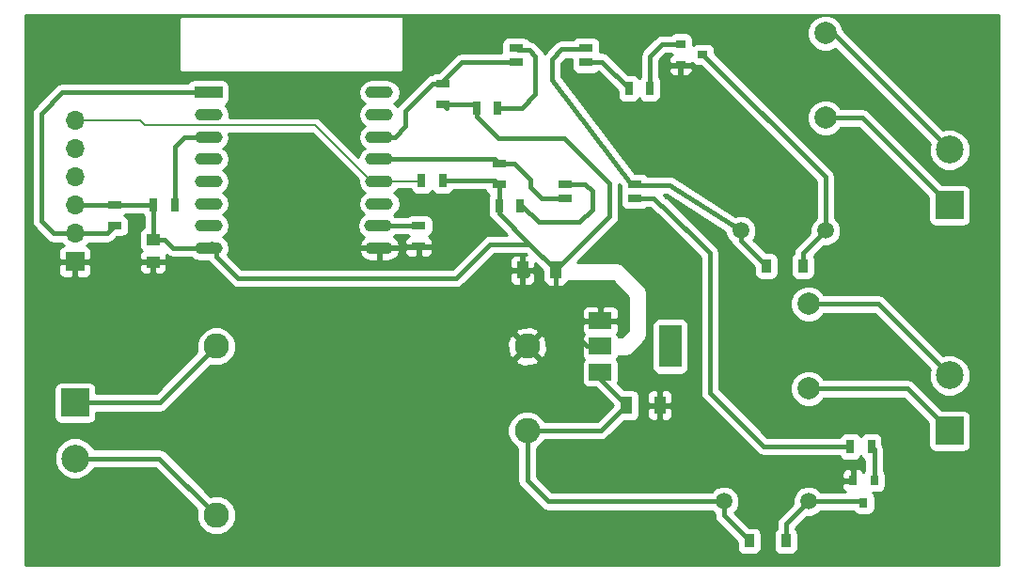
<source format=gtl>
G04 #@! TF.FileFunction,Copper,L1,Top,Signal*
%FSLAX46Y46*%
G04 Gerber Fmt 4.6, Leading zero omitted, Abs format (unit mm)*
G04 Created by KiCad (PCBNEW 4.0.6) date 04/16/17 19:40:35*
%MOMM*%
%LPD*%
G01*
G04 APERTURE LIST*
%ADD10C,0.100000*%
%ADD11R,1.300000X0.800000*%
%ADD12R,2.000000X3.800000*%
%ADD13R,2.000000X1.500000*%
%ADD14R,2.500000X1.100000*%
%ADD15O,2.500000X1.100000*%
%ADD16R,1.000000X1.600000*%
%ADD17R,1.250000X1.000000*%
%ADD18R,2.500000X2.500000*%
%ADD19C,2.500000*%
%ADD20R,1.700000X1.700000*%
%ADD21O,1.700000X1.700000*%
%ADD22R,0.700000X1.300000*%
%ADD23R,1.300000X0.700000*%
%ADD24C,1.520000*%
%ADD25C,2.000000*%
%ADD26C,2.290000*%
%ADD27R,0.900000X1.200000*%
%ADD28R,0.900000X0.800000*%
%ADD29R,0.800000X0.900000*%
%ADD30C,0.457200*%
%ADD31C,0.152400*%
%ADD32C,0.254000*%
G04 APERTURE END LIST*
D10*
D11*
X104825400Y-80335200D03*
X104825400Y-81615200D03*
X111125400Y-81615200D03*
X111125400Y-80335200D03*
X109219600Y-92578000D03*
X109219600Y-93858000D03*
X115519600Y-93858000D03*
X115519600Y-92578000D03*
D12*
X118720000Y-107188000D03*
D13*
X112420000Y-107188000D03*
X112420000Y-109488000D03*
X112420000Y-104888000D03*
D14*
X77125600Y-84328000D03*
D15*
X77125600Y-86328000D03*
X77125600Y-88328000D03*
X77125600Y-90328000D03*
X77125600Y-92328000D03*
X77125600Y-94328000D03*
X77125600Y-96328000D03*
X77125600Y-98328000D03*
X92525600Y-98328000D03*
X92425600Y-96328000D03*
X92525600Y-94328000D03*
X92525600Y-92328000D03*
X92525600Y-90328000D03*
X92525600Y-88328000D03*
X92525600Y-86328000D03*
X92525600Y-84328000D03*
D16*
X114781200Y-112496600D03*
X117781200Y-112496600D03*
X108408600Y-100330000D03*
X105408600Y-100330000D03*
D17*
X72136000Y-97577400D03*
X72136000Y-99577400D03*
D18*
X65125600Y-112268000D03*
D19*
X65125600Y-117268000D03*
D20*
X65125600Y-99568000D03*
D21*
X65125600Y-97028000D03*
X65125600Y-94488000D03*
X65125600Y-91948000D03*
X65125600Y-89408000D03*
X65125600Y-86868000D03*
D18*
X143865600Y-94488000D03*
D19*
X143865600Y-89488000D03*
D18*
X143865600Y-114808000D03*
D19*
X143865600Y-109808000D03*
D22*
X72176600Y-94488000D03*
X74076600Y-94488000D03*
D23*
X68681600Y-94427000D03*
X68681600Y-96327000D03*
X96062800Y-96306600D03*
X96062800Y-98206600D03*
D22*
X98232000Y-92252800D03*
X96332000Y-92252800D03*
D23*
X98272600Y-85405000D03*
X98272600Y-83505000D03*
X103301800Y-92618600D03*
X103301800Y-90718600D03*
D22*
X103159600Y-85725000D03*
X101259600Y-85725000D03*
X105191600Y-94538800D03*
X103291600Y-94538800D03*
X116875600Y-83947000D03*
X114975600Y-83947000D03*
X136814600Y-116205000D03*
X134914600Y-116205000D03*
D24*
X132689600Y-96774000D03*
D25*
X132689600Y-86614000D03*
X132689600Y-78994000D03*
D24*
X125069600Y-96774000D03*
X131165600Y-121158000D03*
D25*
X131165600Y-110998000D03*
X131165600Y-103378000D03*
D24*
X123545600Y-121158000D03*
D26*
X77825600Y-107188000D03*
X77825600Y-122388000D03*
X105825600Y-107188000D03*
X105825600Y-114788000D03*
D27*
X130656600Y-99949000D03*
X127356600Y-99949000D03*
X129132600Y-124714000D03*
X125832600Y-124714000D03*
D28*
X119650000Y-79949000D03*
X119650000Y-81849000D03*
X121650000Y-80899000D03*
D29*
X137068600Y-119269000D03*
X135168600Y-119269000D03*
X136118600Y-121269000D03*
D30*
X105825600Y-114788000D02*
X112489800Y-114788000D01*
X112489800Y-114788000D02*
X114781200Y-112496600D01*
X111484800Y-80429100D02*
X108953300Y-80429100D01*
X108077000Y-83155400D02*
X115269400Y-92659200D01*
X108077000Y-81305400D02*
X108077000Y-83155400D01*
X108953300Y-80429100D02*
X108077000Y-81305400D01*
X105825600Y-114788000D02*
X105825600Y-119236800D01*
X107746800Y-121158000D02*
X123545600Y-121158000D01*
X105825600Y-119236800D02*
X107746800Y-121158000D01*
X112420000Y-109488000D02*
X112420000Y-110135400D01*
X112420000Y-110135400D02*
X114781200Y-112496600D01*
X115269400Y-92659200D02*
X118643400Y-92659200D01*
X118643400Y-92659200D02*
X125069600Y-96774000D01*
X125069600Y-96774000D02*
X125069600Y-97662000D01*
X125069600Y-97662000D02*
X127356600Y-99949000D01*
X123545600Y-121158000D02*
X123545600Y-122427000D01*
X123545600Y-122427000D02*
X125832600Y-124714000D01*
X112420000Y-109488000D02*
X112420000Y-110032400D01*
X95941400Y-98328000D02*
X96062800Y-98206600D01*
X72126600Y-99568000D02*
X72136000Y-99577400D01*
X105825600Y-107188000D02*
X105825600Y-107178800D01*
X105825600Y-100747000D02*
X105408600Y-100330000D01*
X108408600Y-100330000D02*
X108408600Y-104370000D01*
X111226600Y-107188000D02*
X112420000Y-107188000D01*
X108408600Y-104370000D02*
X111226600Y-107188000D01*
X108408600Y-100330000D02*
X108408600Y-100328600D01*
X108408600Y-100328600D02*
X113258600Y-95478600D01*
X101259600Y-86451400D02*
X101259600Y-85725000D01*
X103225600Y-88417400D02*
X101259600Y-86451400D01*
X109143800Y-88417400D02*
X103225600Y-88417400D01*
X113258600Y-92532200D02*
X109143800Y-88417400D01*
X113258600Y-95478600D02*
X113258600Y-92532200D01*
X98272600Y-85405000D02*
X100939600Y-85405000D01*
X100939600Y-85405000D02*
X101259600Y-85725000D01*
X72176600Y-94488000D02*
X72176600Y-97536800D01*
X72176600Y-97536800D02*
X72136000Y-97577400D01*
X68681600Y-94427000D02*
X72115600Y-94427000D01*
X72115600Y-94427000D02*
X72176600Y-94488000D01*
X65125600Y-94488000D02*
X68620600Y-94488000D01*
X68620600Y-94488000D02*
X68681600Y-94427000D01*
X72136000Y-97577400D02*
X73218800Y-97577400D01*
X73969400Y-98328000D02*
X77825600Y-98328000D01*
X73218800Y-97577400D02*
X73969400Y-98328000D01*
X108561000Y-100482400D02*
X108408600Y-100330000D01*
X98232000Y-85445600D02*
X98272600Y-85405000D01*
X103291600Y-94538800D02*
X103291600Y-95213000D01*
X103291600Y-95213000D02*
X106071800Y-97993200D01*
X103301800Y-92618600D02*
X103301800Y-94528600D01*
X103301800Y-94528600D02*
X103291600Y-94538800D01*
X98232000Y-92252800D02*
X102936000Y-92252800D01*
X102936000Y-92252800D02*
X103301800Y-92618600D01*
X98592600Y-85725000D02*
X98272600Y-85405000D01*
X77825600Y-98328000D02*
X77825600Y-99110800D01*
X77825600Y-99110800D02*
X79781400Y-101066600D01*
X79781400Y-101066600D02*
X99441000Y-101066600D01*
X99441000Y-101066600D02*
X102514400Y-97993200D01*
X102514400Y-97993200D02*
X106071800Y-97993200D01*
X106071800Y-97993200D02*
X108408600Y-100330000D01*
X77414600Y-97917000D02*
X77825600Y-98328000D01*
X132689600Y-96774000D02*
X132689600Y-91938600D01*
X132689600Y-91938600D02*
X121650000Y-80899000D01*
X130656600Y-99949000D02*
X130656600Y-98807000D01*
X130656600Y-98807000D02*
X132689600Y-96774000D01*
X131165600Y-121158000D02*
X136007600Y-121158000D01*
X136007600Y-121158000D02*
X136118600Y-121269000D01*
X129132600Y-124714000D02*
X129132600Y-123191000D01*
X129132600Y-123191000D02*
X131165600Y-121158000D01*
X65125600Y-112268000D02*
X72745600Y-112268000D01*
X72745600Y-112268000D02*
X77825600Y-107188000D01*
X65125600Y-117268000D02*
X72705600Y-117268000D01*
X72705600Y-117268000D02*
X77825600Y-122388000D01*
D31*
X65125600Y-86868000D02*
X70967600Y-86868000D01*
X86772000Y-87274400D02*
X91825600Y-92328000D01*
X71374000Y-87274400D02*
X86772000Y-87274400D01*
X70967600Y-86868000D02*
X71374000Y-87274400D01*
X91825600Y-92328000D02*
X96256800Y-92328000D01*
X96256800Y-92328000D02*
X96332000Y-92252800D01*
D30*
X65125600Y-97028000D02*
X67980600Y-97028000D01*
X67980600Y-97028000D02*
X68681600Y-96327000D01*
X65125600Y-97028000D02*
X63220600Y-97028000D01*
X63982600Y-84328000D02*
X77825600Y-84328000D01*
X62077600Y-86233000D02*
X63982600Y-84328000D01*
X62077600Y-95885000D02*
X62077600Y-86233000D01*
X63220600Y-97028000D02*
X62077600Y-95885000D01*
X132689600Y-86614000D02*
X135991600Y-86614000D01*
X135991600Y-86614000D02*
X143865600Y-94488000D01*
X132689600Y-78994000D02*
X133371600Y-78994000D01*
X133371600Y-78994000D02*
X143865600Y-89488000D01*
X131165600Y-110998000D02*
X140055600Y-110998000D01*
X140055600Y-110998000D02*
X143865600Y-114808000D01*
X131165600Y-103378000D02*
X137435600Y-103378000D01*
X137435600Y-103378000D02*
X143865600Y-109808000D01*
X91825600Y-96328000D02*
X96041400Y-96328000D01*
X96041400Y-96328000D02*
X96062800Y-96306600D01*
X98272600Y-83505000D02*
X98272600Y-83261200D01*
X98272600Y-83261200D02*
X99918600Y-81615200D01*
X99918600Y-81615200D02*
X104825400Y-81615200D01*
X91825600Y-88328000D02*
X93891600Y-88328000D01*
X97317600Y-83505000D02*
X98272600Y-83505000D01*
X94843600Y-85979000D02*
X97317600Y-83505000D01*
X94843600Y-87376000D02*
X94843600Y-85979000D01*
X93891600Y-88328000D02*
X94843600Y-87376000D01*
X91825600Y-90328000D02*
X102911200Y-90328000D01*
X102911200Y-90328000D02*
X103301800Y-90718600D01*
X109219600Y-93858000D02*
X107142200Y-93858000D01*
X104688600Y-90718600D02*
X103301800Y-90718600D01*
X106146600Y-92176600D02*
X104688600Y-90718600D01*
X106146600Y-92862400D02*
X106146600Y-92176600D01*
X107142200Y-93858000D02*
X106146600Y-92862400D01*
X103159600Y-85725000D02*
X105333800Y-85725000D01*
X106019600Y-80492600D02*
X104982800Y-80492600D01*
X106578400Y-81051400D02*
X106019600Y-80492600D01*
X106578400Y-84480400D02*
X106578400Y-81051400D01*
X105333800Y-85725000D02*
X106578400Y-84480400D01*
X104982800Y-80492600D02*
X104825400Y-80335200D01*
X105191600Y-94538800D02*
X105384600Y-94538800D01*
X105384600Y-94538800D02*
X106857800Y-96012000D01*
X106857800Y-96012000D02*
X110515400Y-96012000D01*
X110515400Y-96012000D02*
X111683800Y-94843600D01*
X111683800Y-94843600D02*
X111683800Y-93218000D01*
X111683800Y-93218000D02*
X111043800Y-92578000D01*
X111043800Y-92578000D02*
X109219600Y-92578000D01*
X112567600Y-81539000D02*
X114975600Y-83947000D01*
X110824800Y-81539000D02*
X112567600Y-81539000D01*
X117970300Y-94500700D02*
X117894100Y-94500700D01*
X117251400Y-93858000D02*
X115519600Y-93858000D01*
X117894100Y-94500700D02*
X117251400Y-93858000D01*
X127101600Y-116205000D02*
X134914600Y-116205000D01*
X122275600Y-111379000D02*
X127101600Y-116205000D01*
X122275600Y-98806000D02*
X122275600Y-111379000D01*
X117970300Y-94500700D02*
X122275600Y-98806000D01*
X116875600Y-83947000D02*
X116875600Y-81041200D01*
X117967800Y-79949000D02*
X119650000Y-79949000D01*
X116875600Y-81041200D02*
X117967800Y-79949000D01*
X137068600Y-119269000D02*
X137068600Y-116459000D01*
X137068600Y-116459000D02*
X136814600Y-116205000D01*
X74076600Y-94488000D02*
X74076600Y-89220000D01*
X74968600Y-88328000D02*
X77825600Y-88328000D01*
X74076600Y-89220000D02*
X74968600Y-88328000D01*
D32*
G36*
X148297900Y-126860300D02*
X60693300Y-126860300D01*
X60693300Y-117641305D01*
X63240274Y-117641305D01*
X63526643Y-118334372D01*
X64056439Y-118865093D01*
X64749005Y-119152672D01*
X65498905Y-119153326D01*
X66191972Y-118866957D01*
X66722693Y-118337161D01*
X66808050Y-118131600D01*
X72347886Y-118131600D01*
X76105400Y-121889115D01*
X76045910Y-122032383D01*
X76045292Y-122740510D01*
X76315710Y-123394972D01*
X76815995Y-123896130D01*
X77469983Y-124167690D01*
X78178110Y-124168308D01*
X78832572Y-123897890D01*
X79333730Y-123397605D01*
X79605290Y-122743617D01*
X79605908Y-122035490D01*
X79335490Y-121381028D01*
X78835205Y-120879870D01*
X78181217Y-120608310D01*
X77473090Y-120607692D01*
X77326979Y-120668064D01*
X73316257Y-116657343D01*
X73036085Y-116470138D01*
X72705600Y-116404400D01*
X66808341Y-116404400D01*
X66724557Y-116201628D01*
X66194761Y-115670907D01*
X65502195Y-115383328D01*
X64752295Y-115382674D01*
X64059228Y-115669043D01*
X63528507Y-116198839D01*
X63240928Y-116891405D01*
X63240274Y-117641305D01*
X60693300Y-117641305D01*
X60693300Y-111018000D01*
X63228160Y-111018000D01*
X63228160Y-113518000D01*
X63272438Y-113753317D01*
X63411510Y-113969441D01*
X63623710Y-114114431D01*
X63875600Y-114165440D01*
X66375600Y-114165440D01*
X66610917Y-114121162D01*
X66827041Y-113982090D01*
X66972031Y-113769890D01*
X67023040Y-113518000D01*
X67023040Y-113131600D01*
X72745600Y-113131600D01*
X73076085Y-113065862D01*
X73356257Y-112878657D01*
X77326714Y-108908200D01*
X77469983Y-108967690D01*
X78178110Y-108968308D01*
X78832572Y-108697890D01*
X79085493Y-108445409D01*
X104747796Y-108445409D01*
X104864205Y-108727312D01*
X105526456Y-108978049D01*
X106234249Y-108956267D01*
X106786995Y-108727312D01*
X106903404Y-108445409D01*
X105825600Y-107367605D01*
X104747796Y-108445409D01*
X79085493Y-108445409D01*
X79333730Y-108197605D01*
X79605290Y-107543617D01*
X79605861Y-106888856D01*
X104035551Y-106888856D01*
X104057333Y-107596649D01*
X104286288Y-108149395D01*
X104568191Y-108265804D01*
X105645995Y-107188000D01*
X106005205Y-107188000D01*
X107083009Y-108265804D01*
X107364912Y-108149395D01*
X107615649Y-107487144D01*
X107593867Y-106779351D01*
X107364912Y-106226605D01*
X107083009Y-106110196D01*
X106005205Y-107188000D01*
X105645995Y-107188000D01*
X104568191Y-106110196D01*
X104286288Y-106226605D01*
X104035551Y-106888856D01*
X79605861Y-106888856D01*
X79605908Y-106835490D01*
X79335490Y-106181028D01*
X79085490Y-105930591D01*
X104747796Y-105930591D01*
X105825600Y-107008395D01*
X106903404Y-105930591D01*
X106786995Y-105648688D01*
X106124744Y-105397951D01*
X105416951Y-105419733D01*
X104864205Y-105648688D01*
X104747796Y-105930591D01*
X79085490Y-105930591D01*
X78835205Y-105679870D01*
X78181217Y-105408310D01*
X77473090Y-105407692D01*
X76818628Y-105678110D01*
X76317470Y-106178395D01*
X76045910Y-106832383D01*
X76045292Y-107540510D01*
X76105664Y-107686622D01*
X72387886Y-111404400D01*
X67023040Y-111404400D01*
X67023040Y-111018000D01*
X66978762Y-110782683D01*
X66839690Y-110566559D01*
X66627490Y-110421569D01*
X66375600Y-110370560D01*
X63875600Y-110370560D01*
X63640283Y-110414838D01*
X63424159Y-110553910D01*
X63279169Y-110766110D01*
X63228160Y-111018000D01*
X60693300Y-111018000D01*
X60693300Y-104011690D01*
X110785000Y-104011690D01*
X110785000Y-104602250D01*
X110943750Y-104761000D01*
X112293000Y-104761000D01*
X112293000Y-103661750D01*
X112547000Y-103661750D01*
X112547000Y-104761000D01*
X113896250Y-104761000D01*
X114055000Y-104602250D01*
X114055000Y-104011690D01*
X113958327Y-103778301D01*
X113779698Y-103599673D01*
X113546309Y-103503000D01*
X112705750Y-103503000D01*
X112547000Y-103661750D01*
X112293000Y-103661750D01*
X112134250Y-103503000D01*
X111293691Y-103503000D01*
X111060302Y-103599673D01*
X110881673Y-103778301D01*
X110785000Y-104011690D01*
X60693300Y-104011690D01*
X60693300Y-99853750D01*
X63640600Y-99853750D01*
X63640600Y-100544310D01*
X63737273Y-100777699D01*
X63915902Y-100956327D01*
X64149291Y-101053000D01*
X64839850Y-101053000D01*
X64998600Y-100894250D01*
X64998600Y-99695000D01*
X65252600Y-99695000D01*
X65252600Y-100894250D01*
X65411350Y-101053000D01*
X66101909Y-101053000D01*
X66335298Y-100956327D01*
X66513927Y-100777699D01*
X66610600Y-100544310D01*
X66610600Y-99863150D01*
X70876000Y-99863150D01*
X70876000Y-100203709D01*
X70972673Y-100437098D01*
X71151301Y-100615727D01*
X71384690Y-100712400D01*
X71850250Y-100712400D01*
X72009000Y-100553650D01*
X72009000Y-99704400D01*
X72263000Y-99704400D01*
X72263000Y-100553650D01*
X72421750Y-100712400D01*
X72887310Y-100712400D01*
X73120699Y-100615727D01*
X73299327Y-100437098D01*
X73396000Y-100203709D01*
X73396000Y-99863150D01*
X73237250Y-99704400D01*
X72263000Y-99704400D01*
X72009000Y-99704400D01*
X71034750Y-99704400D01*
X70876000Y-99863150D01*
X66610600Y-99863150D01*
X66610600Y-99853750D01*
X66451850Y-99695000D01*
X65252600Y-99695000D01*
X64998600Y-99695000D01*
X63799350Y-99695000D01*
X63640600Y-99853750D01*
X60693300Y-99853750D01*
X60693300Y-86233000D01*
X61214000Y-86233000D01*
X61214000Y-95885000D01*
X61277074Y-96202090D01*
X61279738Y-96215485D01*
X61466943Y-96495657D01*
X62609943Y-97638657D01*
X62890114Y-97825862D01*
X62944945Y-97836769D01*
X63220600Y-97891600D01*
X63921869Y-97891600D01*
X64046453Y-98078054D01*
X64090377Y-98107403D01*
X63915902Y-98179673D01*
X63737273Y-98358301D01*
X63640600Y-98591690D01*
X63640600Y-99282250D01*
X63799350Y-99441000D01*
X64998600Y-99441000D01*
X64998600Y-99421000D01*
X65252600Y-99421000D01*
X65252600Y-99441000D01*
X66451850Y-99441000D01*
X66610600Y-99282250D01*
X66610600Y-98591690D01*
X66513927Y-98358301D01*
X66335298Y-98179673D01*
X66160823Y-98107403D01*
X66204747Y-98078054D01*
X66329331Y-97891600D01*
X67980600Y-97891600D01*
X68311085Y-97825862D01*
X68591257Y-97638657D01*
X68905474Y-97324440D01*
X69331600Y-97324440D01*
X69566917Y-97280162D01*
X69783041Y-97141090D01*
X69928031Y-96928890D01*
X69979040Y-96677000D01*
X69979040Y-95977000D01*
X69934762Y-95741683D01*
X69795690Y-95525559D01*
X69583490Y-95380569D01*
X69570403Y-95377919D01*
X69706100Y-95290600D01*
X71207874Y-95290600D01*
X71223438Y-95373317D01*
X71313000Y-95512500D01*
X71313000Y-96467216D01*
X71275683Y-96474238D01*
X71059559Y-96613310D01*
X70914569Y-96825510D01*
X70863560Y-97077400D01*
X70863560Y-98077400D01*
X70907838Y-98312717D01*
X71046910Y-98528841D01*
X71115006Y-98575369D01*
X70972673Y-98717702D01*
X70876000Y-98951091D01*
X70876000Y-99291650D01*
X71034750Y-99450400D01*
X72009000Y-99450400D01*
X72009000Y-99430400D01*
X72263000Y-99430400D01*
X72263000Y-99450400D01*
X73237250Y-99450400D01*
X73396000Y-99291650D01*
X73396000Y-98963552D01*
X73638915Y-99125862D01*
X73969400Y-99191600D01*
X75589179Y-99191600D01*
X75935191Y-99422797D01*
X76388671Y-99513000D01*
X77075656Y-99513000D01*
X77214943Y-99721457D01*
X79170743Y-101677257D01*
X79450915Y-101864462D01*
X79781400Y-101930200D01*
X99441000Y-101930200D01*
X99771485Y-101864462D01*
X100051657Y-101677257D01*
X101113164Y-100615750D01*
X104273600Y-100615750D01*
X104273600Y-101256310D01*
X104370273Y-101489699D01*
X104548902Y-101668327D01*
X104782291Y-101765000D01*
X105122850Y-101765000D01*
X105281600Y-101606250D01*
X105281600Y-100457000D01*
X105535600Y-100457000D01*
X105535600Y-101606250D01*
X105694350Y-101765000D01*
X106034909Y-101765000D01*
X106268298Y-101668327D01*
X106446927Y-101489699D01*
X106543600Y-101256310D01*
X106543600Y-100615750D01*
X106384850Y-100457000D01*
X105535600Y-100457000D01*
X105281600Y-100457000D01*
X104432350Y-100457000D01*
X104273600Y-100615750D01*
X101113164Y-100615750D01*
X102325224Y-99403690D01*
X104273600Y-99403690D01*
X104273600Y-100044250D01*
X104432350Y-100203000D01*
X105281600Y-100203000D01*
X105281600Y-99053750D01*
X105122850Y-98895000D01*
X104782291Y-98895000D01*
X104548902Y-98991673D01*
X104370273Y-99170301D01*
X104273600Y-99403690D01*
X102325224Y-99403690D01*
X102872114Y-98856800D01*
X105714086Y-98856800D01*
X105752286Y-98895000D01*
X105694350Y-98895000D01*
X105535600Y-99053750D01*
X105535600Y-100203000D01*
X106384850Y-100203000D01*
X106543600Y-100044250D01*
X106543600Y-99686314D01*
X107261160Y-100403875D01*
X107261160Y-101130000D01*
X107305438Y-101365317D01*
X107444510Y-101581441D01*
X107656710Y-101726431D01*
X107908600Y-101777440D01*
X108908600Y-101777440D01*
X109143917Y-101733162D01*
X109360041Y-101594090D01*
X109505031Y-101381890D01*
X109512299Y-101346000D01*
X113535886Y-101346000D01*
X114909600Y-102719715D01*
X114909600Y-105788886D01*
X114374086Y-106324400D01*
X114046065Y-106324400D01*
X114023162Y-106202683D01*
X113917518Y-106038508D01*
X113958327Y-105997699D01*
X114055000Y-105764310D01*
X114055000Y-105173750D01*
X113896250Y-105015000D01*
X112547000Y-105015000D01*
X112547000Y-105035000D01*
X112293000Y-105035000D01*
X112293000Y-105015000D01*
X110943750Y-105015000D01*
X110785000Y-105173750D01*
X110785000Y-105764310D01*
X110881673Y-105997699D01*
X110923634Y-106039660D01*
X110823569Y-106186110D01*
X110772560Y-106438000D01*
X110772560Y-107938000D01*
X110816838Y-108173317D01*
X110923759Y-108339477D01*
X110823569Y-108486110D01*
X110772560Y-108738000D01*
X110772560Y-110238000D01*
X110816838Y-110473317D01*
X110955910Y-110689441D01*
X111168110Y-110834431D01*
X111420000Y-110885440D01*
X111948726Y-110885440D01*
X113559886Y-112496600D01*
X112132086Y-113924400D01*
X107394730Y-113924400D01*
X107335490Y-113781028D01*
X106835205Y-113279870D01*
X106181217Y-113008310D01*
X105473090Y-113007692D01*
X104818628Y-113278110D01*
X104317470Y-113778395D01*
X104045910Y-114432383D01*
X104045292Y-115140510D01*
X104315710Y-115794972D01*
X104815995Y-116296130D01*
X104962000Y-116356757D01*
X104962000Y-119236800D01*
X105025245Y-119554750D01*
X105027738Y-119567285D01*
X105214943Y-119847457D01*
X107136143Y-121768657D01*
X107416314Y-121955862D01*
X107471145Y-121966769D01*
X107746800Y-122021600D01*
X122436585Y-122021600D01*
X122682000Y-122267444D01*
X122682000Y-122427000D01*
X122747738Y-122757485D01*
X122934943Y-123037657D01*
X124735160Y-124837875D01*
X124735160Y-125314000D01*
X124779438Y-125549317D01*
X124918510Y-125765441D01*
X125130710Y-125910431D01*
X125382600Y-125961440D01*
X126282600Y-125961440D01*
X126517917Y-125917162D01*
X126734041Y-125778090D01*
X126879031Y-125565890D01*
X126930040Y-125314000D01*
X126930040Y-124114000D01*
X126885762Y-123878683D01*
X126746690Y-123662559D01*
X126534490Y-123517569D01*
X126282600Y-123466560D01*
X125806475Y-123466560D01*
X124508151Y-122168237D01*
X124727534Y-121949236D01*
X124940358Y-121436700D01*
X124940842Y-120881735D01*
X124728913Y-120368828D01*
X124336836Y-119976066D01*
X123824300Y-119763242D01*
X123269335Y-119762758D01*
X122756428Y-119974687D01*
X122436156Y-120294400D01*
X108104514Y-120294400D01*
X106689200Y-118879086D01*
X106689200Y-118692691D01*
X134133600Y-118692691D01*
X134133600Y-118983250D01*
X134292350Y-119142000D01*
X135041600Y-119142000D01*
X135041600Y-118342750D01*
X134882850Y-118184000D01*
X134642290Y-118184000D01*
X134408901Y-118280673D01*
X134230273Y-118459302D01*
X134133600Y-118692691D01*
X106689200Y-118692691D01*
X106689200Y-116357130D01*
X106832572Y-116297890D01*
X107333730Y-115797605D01*
X107394357Y-115651600D01*
X112489800Y-115651600D01*
X112820285Y-115585862D01*
X113100457Y-115398657D01*
X114555074Y-113944040D01*
X115281200Y-113944040D01*
X115516517Y-113899762D01*
X115732641Y-113760690D01*
X115877631Y-113548490D01*
X115928640Y-113296600D01*
X115928640Y-112782350D01*
X116646200Y-112782350D01*
X116646200Y-113422910D01*
X116742873Y-113656299D01*
X116921502Y-113834927D01*
X117154891Y-113931600D01*
X117495450Y-113931600D01*
X117654200Y-113772850D01*
X117654200Y-112623600D01*
X117908200Y-112623600D01*
X117908200Y-113772850D01*
X118066950Y-113931600D01*
X118407509Y-113931600D01*
X118640898Y-113834927D01*
X118819527Y-113656299D01*
X118916200Y-113422910D01*
X118916200Y-112782350D01*
X118757450Y-112623600D01*
X117908200Y-112623600D01*
X117654200Y-112623600D01*
X116804950Y-112623600D01*
X116646200Y-112782350D01*
X115928640Y-112782350D01*
X115928640Y-111696600D01*
X115904874Y-111570290D01*
X116646200Y-111570290D01*
X116646200Y-112210850D01*
X116804950Y-112369600D01*
X117654200Y-112369600D01*
X117654200Y-111220350D01*
X117908200Y-111220350D01*
X117908200Y-112369600D01*
X118757450Y-112369600D01*
X118916200Y-112210850D01*
X118916200Y-111570290D01*
X118819527Y-111336901D01*
X118640898Y-111158273D01*
X118407509Y-111061600D01*
X118066950Y-111061600D01*
X117908200Y-111220350D01*
X117654200Y-111220350D01*
X117495450Y-111061600D01*
X117154891Y-111061600D01*
X116921502Y-111158273D01*
X116742873Y-111336901D01*
X116646200Y-111570290D01*
X115904874Y-111570290D01*
X115884362Y-111461283D01*
X115745290Y-111245159D01*
X115533090Y-111100169D01*
X115281200Y-111049160D01*
X114555074Y-111049160D01*
X114008058Y-110502144D01*
X114016431Y-110489890D01*
X114067440Y-110238000D01*
X114067440Y-108738000D01*
X114023162Y-108502683D01*
X113916241Y-108336523D01*
X114016431Y-108189890D01*
X114044435Y-108051600D01*
X114731800Y-108051600D01*
X115062285Y-107985862D01*
X115342457Y-107798657D01*
X116383857Y-106757257D01*
X116571062Y-106477085D01*
X116636800Y-106146600D01*
X116636800Y-105288000D01*
X117072560Y-105288000D01*
X117072560Y-109088000D01*
X117116838Y-109323317D01*
X117255910Y-109539441D01*
X117468110Y-109684431D01*
X117720000Y-109735440D01*
X119720000Y-109735440D01*
X119955317Y-109691162D01*
X120171441Y-109552090D01*
X120316431Y-109339890D01*
X120367440Y-109088000D01*
X120367440Y-105288000D01*
X120323162Y-105052683D01*
X120184090Y-104836559D01*
X119971890Y-104691569D01*
X119720000Y-104640560D01*
X117720000Y-104640560D01*
X117484683Y-104684838D01*
X117268559Y-104823910D01*
X117123569Y-105036110D01*
X117072560Y-105288000D01*
X116636800Y-105288000D01*
X116636800Y-102362000D01*
X116571062Y-102031515D01*
X116544062Y-101991106D01*
X116383858Y-101751343D01*
X114504257Y-99871743D01*
X114224085Y-99684538D01*
X113893600Y-99618800D01*
X110339714Y-99618800D01*
X113869258Y-96089257D01*
X114056462Y-95809085D01*
X114122200Y-95478600D01*
X114122200Y-92574407D01*
X114222160Y-92706491D01*
X114222160Y-92978000D01*
X114266438Y-93213317D01*
X114270448Y-93219548D01*
X114222160Y-93458000D01*
X114222160Y-94258000D01*
X114266438Y-94493317D01*
X114405510Y-94709441D01*
X114617710Y-94854431D01*
X114869600Y-94905440D01*
X116169600Y-94905440D01*
X116404917Y-94861162D01*
X116621041Y-94722090D01*
X116621376Y-94721600D01*
X116893686Y-94721600D01*
X117283443Y-95111357D01*
X117513085Y-95264799D01*
X121412000Y-99163715D01*
X121412000Y-111379000D01*
X121467366Y-111657343D01*
X121477738Y-111709485D01*
X121664943Y-111989657D01*
X126490943Y-116815658D01*
X126771115Y-117002862D01*
X127101600Y-117068600D01*
X133957352Y-117068600D01*
X133961438Y-117090317D01*
X134100510Y-117306441D01*
X134312710Y-117451431D01*
X134564600Y-117502440D01*
X135264600Y-117502440D01*
X135499917Y-117458162D01*
X135716041Y-117319090D01*
X135861031Y-117106890D01*
X135863681Y-117093803D01*
X136000510Y-117306441D01*
X136205000Y-117446163D01*
X136205000Y-118372705D01*
X136121610Y-118494750D01*
X136106927Y-118459302D01*
X135928299Y-118280673D01*
X135694910Y-118184000D01*
X135454350Y-118184000D01*
X135295600Y-118342750D01*
X135295600Y-119142000D01*
X135315600Y-119142000D01*
X135315600Y-119396000D01*
X135295600Y-119396000D01*
X135295600Y-119416000D01*
X135041600Y-119416000D01*
X135041600Y-119396000D01*
X134292350Y-119396000D01*
X134133600Y-119554750D01*
X134133600Y-119845309D01*
X134230273Y-120078698D01*
X134408901Y-120257327D01*
X134498403Y-120294400D01*
X132274615Y-120294400D01*
X131956836Y-119976066D01*
X131444300Y-119763242D01*
X130889335Y-119762758D01*
X130376428Y-119974687D01*
X129983666Y-120366764D01*
X129770842Y-120879300D01*
X129770447Y-121331838D01*
X128521943Y-122580343D01*
X128334738Y-122860515D01*
X128269000Y-123191000D01*
X128269000Y-123625560D01*
X128231159Y-123649910D01*
X128086169Y-123862110D01*
X128035160Y-124114000D01*
X128035160Y-125314000D01*
X128079438Y-125549317D01*
X128218510Y-125765441D01*
X128430710Y-125910431D01*
X128682600Y-125961440D01*
X129582600Y-125961440D01*
X129817917Y-125917162D01*
X130034041Y-125778090D01*
X130179031Y-125565890D01*
X130230040Y-125314000D01*
X130230040Y-124114000D01*
X130185762Y-123878683D01*
X130046690Y-123662559D01*
X129996200Y-123628061D01*
X129996200Y-123548714D01*
X130992065Y-122552850D01*
X131441865Y-122553242D01*
X131954772Y-122341313D01*
X132275044Y-122021600D01*
X135158733Y-122021600D01*
X135254510Y-122170441D01*
X135466710Y-122315431D01*
X135718600Y-122366440D01*
X136518600Y-122366440D01*
X136753917Y-122322162D01*
X136970041Y-122183090D01*
X137115031Y-121970890D01*
X137166040Y-121719000D01*
X137166040Y-120819000D01*
X137121762Y-120583683D01*
X136982690Y-120367559D01*
X136981052Y-120366440D01*
X137468600Y-120366440D01*
X137703917Y-120322162D01*
X137920041Y-120183090D01*
X138065031Y-119970890D01*
X138116040Y-119719000D01*
X138116040Y-118819000D01*
X138071762Y-118583683D01*
X137932690Y-118367559D01*
X137932200Y-118367224D01*
X137932200Y-116459000D01*
X137866462Y-116128515D01*
X137866462Y-116128514D01*
X137812040Y-116047066D01*
X137812040Y-115555000D01*
X137767762Y-115319683D01*
X137628690Y-115103559D01*
X137416490Y-114958569D01*
X137164600Y-114907560D01*
X136464600Y-114907560D01*
X136229283Y-114951838D01*
X136013159Y-115090910D01*
X135868169Y-115303110D01*
X135865519Y-115316197D01*
X135728690Y-115103559D01*
X135516490Y-114958569D01*
X135264600Y-114907560D01*
X134564600Y-114907560D01*
X134329283Y-114951838D01*
X134113159Y-115090910D01*
X133968169Y-115303110D01*
X133960415Y-115341400D01*
X127459315Y-115341400D01*
X123439710Y-111321795D01*
X129530316Y-111321795D01*
X129778706Y-111922943D01*
X130238237Y-112383278D01*
X130838952Y-112632716D01*
X131489395Y-112633284D01*
X132090543Y-112384894D01*
X132550878Y-111925363D01*
X132577355Y-111861600D01*
X139697886Y-111861600D01*
X141968160Y-114131875D01*
X141968160Y-116058000D01*
X142012438Y-116293317D01*
X142151510Y-116509441D01*
X142363710Y-116654431D01*
X142615600Y-116705440D01*
X145115600Y-116705440D01*
X145350917Y-116661162D01*
X145567041Y-116522090D01*
X145712031Y-116309890D01*
X145763040Y-116058000D01*
X145763040Y-113558000D01*
X145718762Y-113322683D01*
X145579690Y-113106559D01*
X145367490Y-112961569D01*
X145115600Y-112910560D01*
X143189475Y-112910560D01*
X140666257Y-110387343D01*
X140386085Y-110200138D01*
X140055600Y-110134400D01*
X132577840Y-110134400D01*
X132552494Y-110073057D01*
X132092963Y-109612722D01*
X131492248Y-109363284D01*
X130841805Y-109362716D01*
X130240657Y-109611106D01*
X129780322Y-110070637D01*
X129530884Y-110671352D01*
X129530316Y-111321795D01*
X123439710Y-111321795D01*
X123139200Y-111021286D01*
X123139200Y-103701795D01*
X129530316Y-103701795D01*
X129778706Y-104302943D01*
X130238237Y-104763278D01*
X130838952Y-105012716D01*
X131489395Y-105013284D01*
X132090543Y-104764894D01*
X132550878Y-104305363D01*
X132577355Y-104241600D01*
X137077886Y-104241600D01*
X142065065Y-109228780D01*
X141980928Y-109431405D01*
X141980274Y-110181305D01*
X142266643Y-110874372D01*
X142796439Y-111405093D01*
X143489005Y-111692672D01*
X144238905Y-111693326D01*
X144931972Y-111406957D01*
X145462693Y-110877161D01*
X145750272Y-110184595D01*
X145750926Y-109434695D01*
X145464557Y-108741628D01*
X144934761Y-108210907D01*
X144242195Y-107923328D01*
X143492295Y-107922674D01*
X143286586Y-108007671D01*
X138046257Y-102767343D01*
X137766085Y-102580138D01*
X137435600Y-102514400D01*
X132577840Y-102514400D01*
X132552494Y-102453057D01*
X132092963Y-101992722D01*
X131492248Y-101743284D01*
X130841805Y-101742716D01*
X130240657Y-101991106D01*
X129780322Y-102450637D01*
X129530884Y-103051352D01*
X129530316Y-103701795D01*
X123139200Y-103701795D01*
X123139200Y-98806000D01*
X123073462Y-98475515D01*
X123023272Y-98400400D01*
X122886258Y-98195343D01*
X118580957Y-93890043D01*
X118351315Y-93736601D01*
X118137514Y-93522800D01*
X118390603Y-93522800D01*
X123674484Y-96906154D01*
X123674358Y-97050265D01*
X123886287Y-97563172D01*
X124261009Y-97938549D01*
X124261974Y-97943400D01*
X124271738Y-97992485D01*
X124458943Y-98272657D01*
X126259160Y-100072875D01*
X126259160Y-100549000D01*
X126303438Y-100784317D01*
X126442510Y-101000441D01*
X126654710Y-101145431D01*
X126906600Y-101196440D01*
X127806600Y-101196440D01*
X128041917Y-101152162D01*
X128258041Y-101013090D01*
X128403031Y-100800890D01*
X128454040Y-100549000D01*
X128454040Y-99349000D01*
X128409762Y-99113683D01*
X128270690Y-98897559D01*
X128058490Y-98752569D01*
X127806600Y-98701560D01*
X127330475Y-98701560D01*
X126222817Y-97593903D01*
X126251534Y-97565236D01*
X126464358Y-97052700D01*
X126464842Y-96497735D01*
X126252913Y-95984828D01*
X125860836Y-95592066D01*
X125348300Y-95379242D01*
X124793335Y-95378758D01*
X124610256Y-95454405D01*
X119109090Y-91931919D01*
X119037663Y-91903953D01*
X118973885Y-91861338D01*
X118882285Y-91843118D01*
X118795323Y-91809069D01*
X118718636Y-91810565D01*
X118643400Y-91795600D01*
X116678117Y-91795600D01*
X116633690Y-91726559D01*
X116421490Y-91581569D01*
X116169600Y-91530560D01*
X115498284Y-91530560D01*
X108940600Y-82865453D01*
X108940600Y-81663114D01*
X109311015Y-81292700D01*
X109827960Y-81292700D01*
X109827960Y-82015200D01*
X109872238Y-82250517D01*
X110011310Y-82466641D01*
X110223510Y-82611631D01*
X110475400Y-82662640D01*
X111775400Y-82662640D01*
X112010717Y-82618362D01*
X112226841Y-82479290D01*
X112251088Y-82443803D01*
X113978160Y-84170875D01*
X113978160Y-84597000D01*
X114022438Y-84832317D01*
X114161510Y-85048441D01*
X114373710Y-85193431D01*
X114625600Y-85244440D01*
X115325600Y-85244440D01*
X115560917Y-85200162D01*
X115777041Y-85061090D01*
X115922031Y-84848890D01*
X115924681Y-84835803D01*
X116061510Y-85048441D01*
X116273710Y-85193431D01*
X116525600Y-85244440D01*
X117225600Y-85244440D01*
X117460917Y-85200162D01*
X117677041Y-85061090D01*
X117822031Y-84848890D01*
X117873040Y-84597000D01*
X117873040Y-83297000D01*
X117828762Y-83061683D01*
X117739200Y-82922500D01*
X117739200Y-82134750D01*
X118565000Y-82134750D01*
X118565000Y-82375310D01*
X118661673Y-82608699D01*
X118840302Y-82787327D01*
X119073691Y-82884000D01*
X119364250Y-82884000D01*
X119523000Y-82725250D01*
X119523000Y-81976000D01*
X119777000Y-81976000D01*
X119777000Y-82725250D01*
X119935750Y-82884000D01*
X120226309Y-82884000D01*
X120459698Y-82787327D01*
X120638327Y-82608699D01*
X120735000Y-82375310D01*
X120735000Y-82134750D01*
X120576250Y-81976000D01*
X119777000Y-81976000D01*
X119523000Y-81976000D01*
X118723750Y-81976000D01*
X118565000Y-82134750D01*
X117739200Y-82134750D01*
X117739200Y-81398914D01*
X118325514Y-80812600D01*
X118753705Y-80812600D01*
X118875750Y-80895990D01*
X118840302Y-80910673D01*
X118661673Y-81089301D01*
X118565000Y-81322690D01*
X118565000Y-81563250D01*
X118723750Y-81722000D01*
X119523000Y-81722000D01*
X119523000Y-81702000D01*
X119777000Y-81702000D01*
X119777000Y-81722000D01*
X120576250Y-81722000D01*
X120662262Y-81635988D01*
X120735910Y-81750441D01*
X120948110Y-81895431D01*
X121200000Y-81946440D01*
X121476126Y-81946440D01*
X131826000Y-92296314D01*
X131826000Y-95664985D01*
X131507666Y-95982764D01*
X131294842Y-96495300D01*
X131294447Y-96947838D01*
X130045943Y-98196343D01*
X129858738Y-98476515D01*
X129793000Y-98807000D01*
X129793000Y-98860560D01*
X129755159Y-98884910D01*
X129610169Y-99097110D01*
X129559160Y-99349000D01*
X129559160Y-100549000D01*
X129603438Y-100784317D01*
X129742510Y-101000441D01*
X129954710Y-101145431D01*
X130206600Y-101196440D01*
X131106600Y-101196440D01*
X131341917Y-101152162D01*
X131558041Y-101013090D01*
X131703031Y-100800890D01*
X131754040Y-100549000D01*
X131754040Y-99349000D01*
X131709762Y-99113683D01*
X131655522Y-99029392D01*
X132516065Y-98168850D01*
X132965865Y-98169242D01*
X133478772Y-97957313D01*
X133871534Y-97565236D01*
X134084358Y-97052700D01*
X134084842Y-96497735D01*
X133872913Y-95984828D01*
X133553200Y-95664556D01*
X133553200Y-91938600D01*
X133487462Y-91608115D01*
X133300257Y-91327943D01*
X128910109Y-86937795D01*
X131054316Y-86937795D01*
X131302706Y-87538943D01*
X131762237Y-87999278D01*
X132362952Y-88248716D01*
X133013395Y-88249284D01*
X133614543Y-88000894D01*
X134074878Y-87541363D01*
X134101355Y-87477600D01*
X135633886Y-87477600D01*
X141968160Y-93811875D01*
X141968160Y-95738000D01*
X142012438Y-95973317D01*
X142151510Y-96189441D01*
X142363710Y-96334431D01*
X142615600Y-96385440D01*
X145115600Y-96385440D01*
X145350917Y-96341162D01*
X145567041Y-96202090D01*
X145712031Y-95989890D01*
X145763040Y-95738000D01*
X145763040Y-93238000D01*
X145718762Y-93002683D01*
X145579690Y-92786559D01*
X145367490Y-92641569D01*
X145115600Y-92590560D01*
X143189475Y-92590560D01*
X136602257Y-86003343D01*
X136322085Y-85816138D01*
X135991600Y-85750400D01*
X134101840Y-85750400D01*
X134076494Y-85689057D01*
X133616963Y-85228722D01*
X133016248Y-84979284D01*
X132365805Y-84978716D01*
X131764657Y-85227106D01*
X131304322Y-85686637D01*
X131054884Y-86287352D01*
X131054316Y-86937795D01*
X128910109Y-86937795D01*
X122747440Y-80775126D01*
X122747440Y-80499000D01*
X122703162Y-80263683D01*
X122564090Y-80047559D01*
X122351890Y-79902569D01*
X122100000Y-79851560D01*
X121200000Y-79851560D01*
X120964683Y-79895838D01*
X120748559Y-80034910D01*
X120747440Y-80036548D01*
X120747440Y-79549000D01*
X120703936Y-79317795D01*
X131054316Y-79317795D01*
X131302706Y-79918943D01*
X131762237Y-80379278D01*
X132362952Y-80628716D01*
X133013395Y-80629284D01*
X133559800Y-80403514D01*
X142065065Y-88908780D01*
X141980928Y-89111405D01*
X141980274Y-89861305D01*
X142266643Y-90554372D01*
X142796439Y-91085093D01*
X143489005Y-91372672D01*
X144238905Y-91373326D01*
X144931972Y-91086957D01*
X145462693Y-90557161D01*
X145750272Y-89864595D01*
X145750926Y-89114695D01*
X145464557Y-88421628D01*
X144934761Y-87890907D01*
X144242195Y-87603328D01*
X143492295Y-87602674D01*
X143286586Y-87687671D01*
X134324835Y-78725921D01*
X134324884Y-78670205D01*
X134076494Y-78069057D01*
X133616963Y-77608722D01*
X133016248Y-77359284D01*
X132365805Y-77358716D01*
X131764657Y-77607106D01*
X131304322Y-78066637D01*
X131054884Y-78667352D01*
X131054316Y-79317795D01*
X120703936Y-79317795D01*
X120703162Y-79313683D01*
X120564090Y-79097559D01*
X120351890Y-78952569D01*
X120100000Y-78901560D01*
X119200000Y-78901560D01*
X118964683Y-78945838D01*
X118748559Y-79084910D01*
X118748224Y-79085400D01*
X117967800Y-79085400D01*
X117637315Y-79151138D01*
X117357143Y-79338343D01*
X116264943Y-80430543D01*
X116077738Y-80710715D01*
X116012000Y-81041200D01*
X116012000Y-82923883D01*
X115929169Y-83045110D01*
X115926519Y-83058197D01*
X115789690Y-82845559D01*
X115577490Y-82700569D01*
X115325600Y-82649560D01*
X114899475Y-82649560D01*
X113178257Y-80928343D01*
X112898085Y-80741138D01*
X112567600Y-80675400D01*
X112422840Y-80675400D01*
X112422840Y-79935200D01*
X112378562Y-79699883D01*
X112239490Y-79483759D01*
X112027290Y-79338769D01*
X111775400Y-79287760D01*
X110475400Y-79287760D01*
X110240083Y-79332038D01*
X110023959Y-79471110D01*
X109959465Y-79565500D01*
X108953300Y-79565500D01*
X108677645Y-79620331D01*
X108622814Y-79631238D01*
X108342642Y-79818443D01*
X107466343Y-80694743D01*
X107392915Y-80804636D01*
X107376262Y-80720915D01*
X107369447Y-80710715D01*
X107189058Y-80440743D01*
X106630257Y-79881943D01*
X106350085Y-79694738D01*
X106034910Y-79632045D01*
X105939490Y-79483759D01*
X105727290Y-79338769D01*
X105475400Y-79287760D01*
X104175400Y-79287760D01*
X103940083Y-79332038D01*
X103723959Y-79471110D01*
X103578969Y-79683310D01*
X103527960Y-79935200D01*
X103527960Y-80735200D01*
X103531046Y-80751600D01*
X99918600Y-80751600D01*
X99588115Y-80817338D01*
X99307943Y-81004542D01*
X97804926Y-82507560D01*
X97622600Y-82507560D01*
X97387283Y-82551838D01*
X97217003Y-82661410D01*
X97053978Y-82693838D01*
X96987114Y-82707138D01*
X96706942Y-82894343D01*
X94232943Y-85368343D01*
X94126027Y-85528355D01*
X94100451Y-85490078D01*
X93857883Y-85328000D01*
X94100451Y-85165922D01*
X94357326Y-84781480D01*
X94447529Y-84328000D01*
X94357326Y-83874520D01*
X94100451Y-83490078D01*
X93716009Y-83233203D01*
X93262529Y-83143000D01*
X91788671Y-83143000D01*
X91335191Y-83233203D01*
X90950749Y-83490078D01*
X90693874Y-83874520D01*
X90603671Y-84328000D01*
X90693874Y-84781480D01*
X90950749Y-85165922D01*
X91193317Y-85328000D01*
X90950749Y-85490078D01*
X90693874Y-85874520D01*
X90603671Y-86328000D01*
X90693874Y-86781480D01*
X90950749Y-87165922D01*
X91193317Y-87328000D01*
X90950749Y-87490078D01*
X90693874Y-87874520D01*
X90603671Y-88328000D01*
X90693874Y-88781480D01*
X90950749Y-89165922D01*
X91193317Y-89328000D01*
X90950749Y-89490078D01*
X90693874Y-89874520D01*
X90641452Y-90138063D01*
X87274894Y-86771506D01*
X87044165Y-86617337D01*
X86772000Y-86563200D01*
X79000745Y-86563200D01*
X79047529Y-86328000D01*
X78957326Y-85874520D01*
X78700451Y-85490078D01*
X78649729Y-85456187D01*
X78827041Y-85342090D01*
X78972031Y-85129890D01*
X79023040Y-84878000D01*
X79023040Y-83778000D01*
X78978762Y-83542683D01*
X78839690Y-83326559D01*
X78627490Y-83181569D01*
X78375600Y-83130560D01*
X75875600Y-83130560D01*
X75640283Y-83174838D01*
X75424159Y-83313910D01*
X75321334Y-83464400D01*
X63982600Y-83464400D01*
X63652115Y-83530138D01*
X63371943Y-83717342D01*
X61466943Y-85622343D01*
X61279738Y-85902515D01*
X61214000Y-86233000D01*
X60693300Y-86233000D01*
X60693300Y-77597000D01*
X74472800Y-77597000D01*
X74472800Y-82346800D01*
X74481485Y-82392959D01*
X74508765Y-82435353D01*
X74550390Y-82463794D01*
X74599800Y-82473800D01*
X94538800Y-82473800D01*
X94584959Y-82465115D01*
X94627353Y-82437835D01*
X94655794Y-82396210D01*
X94665800Y-82346800D01*
X94665800Y-77571600D01*
X94657115Y-77525441D01*
X94629835Y-77483047D01*
X94588210Y-77454606D01*
X94538800Y-77444600D01*
X74676000Y-77444600D01*
X74619204Y-77458008D01*
X74592457Y-77471382D01*
X74553641Y-77478685D01*
X74511247Y-77505965D01*
X74482806Y-77547590D01*
X74472800Y-77597000D01*
X60693300Y-77597000D01*
X60693300Y-77355700D01*
X148297900Y-77355700D01*
X148297900Y-126860300D01*
X148297900Y-126860300D01*
G37*
X148297900Y-126860300D02*
X60693300Y-126860300D01*
X60693300Y-117641305D01*
X63240274Y-117641305D01*
X63526643Y-118334372D01*
X64056439Y-118865093D01*
X64749005Y-119152672D01*
X65498905Y-119153326D01*
X66191972Y-118866957D01*
X66722693Y-118337161D01*
X66808050Y-118131600D01*
X72347886Y-118131600D01*
X76105400Y-121889115D01*
X76045910Y-122032383D01*
X76045292Y-122740510D01*
X76315710Y-123394972D01*
X76815995Y-123896130D01*
X77469983Y-124167690D01*
X78178110Y-124168308D01*
X78832572Y-123897890D01*
X79333730Y-123397605D01*
X79605290Y-122743617D01*
X79605908Y-122035490D01*
X79335490Y-121381028D01*
X78835205Y-120879870D01*
X78181217Y-120608310D01*
X77473090Y-120607692D01*
X77326979Y-120668064D01*
X73316257Y-116657343D01*
X73036085Y-116470138D01*
X72705600Y-116404400D01*
X66808341Y-116404400D01*
X66724557Y-116201628D01*
X66194761Y-115670907D01*
X65502195Y-115383328D01*
X64752295Y-115382674D01*
X64059228Y-115669043D01*
X63528507Y-116198839D01*
X63240928Y-116891405D01*
X63240274Y-117641305D01*
X60693300Y-117641305D01*
X60693300Y-111018000D01*
X63228160Y-111018000D01*
X63228160Y-113518000D01*
X63272438Y-113753317D01*
X63411510Y-113969441D01*
X63623710Y-114114431D01*
X63875600Y-114165440D01*
X66375600Y-114165440D01*
X66610917Y-114121162D01*
X66827041Y-113982090D01*
X66972031Y-113769890D01*
X67023040Y-113518000D01*
X67023040Y-113131600D01*
X72745600Y-113131600D01*
X73076085Y-113065862D01*
X73356257Y-112878657D01*
X77326714Y-108908200D01*
X77469983Y-108967690D01*
X78178110Y-108968308D01*
X78832572Y-108697890D01*
X79085493Y-108445409D01*
X104747796Y-108445409D01*
X104864205Y-108727312D01*
X105526456Y-108978049D01*
X106234249Y-108956267D01*
X106786995Y-108727312D01*
X106903404Y-108445409D01*
X105825600Y-107367605D01*
X104747796Y-108445409D01*
X79085493Y-108445409D01*
X79333730Y-108197605D01*
X79605290Y-107543617D01*
X79605861Y-106888856D01*
X104035551Y-106888856D01*
X104057333Y-107596649D01*
X104286288Y-108149395D01*
X104568191Y-108265804D01*
X105645995Y-107188000D01*
X106005205Y-107188000D01*
X107083009Y-108265804D01*
X107364912Y-108149395D01*
X107615649Y-107487144D01*
X107593867Y-106779351D01*
X107364912Y-106226605D01*
X107083009Y-106110196D01*
X106005205Y-107188000D01*
X105645995Y-107188000D01*
X104568191Y-106110196D01*
X104286288Y-106226605D01*
X104035551Y-106888856D01*
X79605861Y-106888856D01*
X79605908Y-106835490D01*
X79335490Y-106181028D01*
X79085490Y-105930591D01*
X104747796Y-105930591D01*
X105825600Y-107008395D01*
X106903404Y-105930591D01*
X106786995Y-105648688D01*
X106124744Y-105397951D01*
X105416951Y-105419733D01*
X104864205Y-105648688D01*
X104747796Y-105930591D01*
X79085490Y-105930591D01*
X78835205Y-105679870D01*
X78181217Y-105408310D01*
X77473090Y-105407692D01*
X76818628Y-105678110D01*
X76317470Y-106178395D01*
X76045910Y-106832383D01*
X76045292Y-107540510D01*
X76105664Y-107686622D01*
X72387886Y-111404400D01*
X67023040Y-111404400D01*
X67023040Y-111018000D01*
X66978762Y-110782683D01*
X66839690Y-110566559D01*
X66627490Y-110421569D01*
X66375600Y-110370560D01*
X63875600Y-110370560D01*
X63640283Y-110414838D01*
X63424159Y-110553910D01*
X63279169Y-110766110D01*
X63228160Y-111018000D01*
X60693300Y-111018000D01*
X60693300Y-104011690D01*
X110785000Y-104011690D01*
X110785000Y-104602250D01*
X110943750Y-104761000D01*
X112293000Y-104761000D01*
X112293000Y-103661750D01*
X112547000Y-103661750D01*
X112547000Y-104761000D01*
X113896250Y-104761000D01*
X114055000Y-104602250D01*
X114055000Y-104011690D01*
X113958327Y-103778301D01*
X113779698Y-103599673D01*
X113546309Y-103503000D01*
X112705750Y-103503000D01*
X112547000Y-103661750D01*
X112293000Y-103661750D01*
X112134250Y-103503000D01*
X111293691Y-103503000D01*
X111060302Y-103599673D01*
X110881673Y-103778301D01*
X110785000Y-104011690D01*
X60693300Y-104011690D01*
X60693300Y-99853750D01*
X63640600Y-99853750D01*
X63640600Y-100544310D01*
X63737273Y-100777699D01*
X63915902Y-100956327D01*
X64149291Y-101053000D01*
X64839850Y-101053000D01*
X64998600Y-100894250D01*
X64998600Y-99695000D01*
X65252600Y-99695000D01*
X65252600Y-100894250D01*
X65411350Y-101053000D01*
X66101909Y-101053000D01*
X66335298Y-100956327D01*
X66513927Y-100777699D01*
X66610600Y-100544310D01*
X66610600Y-99863150D01*
X70876000Y-99863150D01*
X70876000Y-100203709D01*
X70972673Y-100437098D01*
X71151301Y-100615727D01*
X71384690Y-100712400D01*
X71850250Y-100712400D01*
X72009000Y-100553650D01*
X72009000Y-99704400D01*
X72263000Y-99704400D01*
X72263000Y-100553650D01*
X72421750Y-100712400D01*
X72887310Y-100712400D01*
X73120699Y-100615727D01*
X73299327Y-100437098D01*
X73396000Y-100203709D01*
X73396000Y-99863150D01*
X73237250Y-99704400D01*
X72263000Y-99704400D01*
X72009000Y-99704400D01*
X71034750Y-99704400D01*
X70876000Y-99863150D01*
X66610600Y-99863150D01*
X66610600Y-99853750D01*
X66451850Y-99695000D01*
X65252600Y-99695000D01*
X64998600Y-99695000D01*
X63799350Y-99695000D01*
X63640600Y-99853750D01*
X60693300Y-99853750D01*
X60693300Y-86233000D01*
X61214000Y-86233000D01*
X61214000Y-95885000D01*
X61277074Y-96202090D01*
X61279738Y-96215485D01*
X61466943Y-96495657D01*
X62609943Y-97638657D01*
X62890114Y-97825862D01*
X62944945Y-97836769D01*
X63220600Y-97891600D01*
X63921869Y-97891600D01*
X64046453Y-98078054D01*
X64090377Y-98107403D01*
X63915902Y-98179673D01*
X63737273Y-98358301D01*
X63640600Y-98591690D01*
X63640600Y-99282250D01*
X63799350Y-99441000D01*
X64998600Y-99441000D01*
X64998600Y-99421000D01*
X65252600Y-99421000D01*
X65252600Y-99441000D01*
X66451850Y-99441000D01*
X66610600Y-99282250D01*
X66610600Y-98591690D01*
X66513927Y-98358301D01*
X66335298Y-98179673D01*
X66160823Y-98107403D01*
X66204747Y-98078054D01*
X66329331Y-97891600D01*
X67980600Y-97891600D01*
X68311085Y-97825862D01*
X68591257Y-97638657D01*
X68905474Y-97324440D01*
X69331600Y-97324440D01*
X69566917Y-97280162D01*
X69783041Y-97141090D01*
X69928031Y-96928890D01*
X69979040Y-96677000D01*
X69979040Y-95977000D01*
X69934762Y-95741683D01*
X69795690Y-95525559D01*
X69583490Y-95380569D01*
X69570403Y-95377919D01*
X69706100Y-95290600D01*
X71207874Y-95290600D01*
X71223438Y-95373317D01*
X71313000Y-95512500D01*
X71313000Y-96467216D01*
X71275683Y-96474238D01*
X71059559Y-96613310D01*
X70914569Y-96825510D01*
X70863560Y-97077400D01*
X70863560Y-98077400D01*
X70907838Y-98312717D01*
X71046910Y-98528841D01*
X71115006Y-98575369D01*
X70972673Y-98717702D01*
X70876000Y-98951091D01*
X70876000Y-99291650D01*
X71034750Y-99450400D01*
X72009000Y-99450400D01*
X72009000Y-99430400D01*
X72263000Y-99430400D01*
X72263000Y-99450400D01*
X73237250Y-99450400D01*
X73396000Y-99291650D01*
X73396000Y-98963552D01*
X73638915Y-99125862D01*
X73969400Y-99191600D01*
X75589179Y-99191600D01*
X75935191Y-99422797D01*
X76388671Y-99513000D01*
X77075656Y-99513000D01*
X77214943Y-99721457D01*
X79170743Y-101677257D01*
X79450915Y-101864462D01*
X79781400Y-101930200D01*
X99441000Y-101930200D01*
X99771485Y-101864462D01*
X100051657Y-101677257D01*
X101113164Y-100615750D01*
X104273600Y-100615750D01*
X104273600Y-101256310D01*
X104370273Y-101489699D01*
X104548902Y-101668327D01*
X104782291Y-101765000D01*
X105122850Y-101765000D01*
X105281600Y-101606250D01*
X105281600Y-100457000D01*
X105535600Y-100457000D01*
X105535600Y-101606250D01*
X105694350Y-101765000D01*
X106034909Y-101765000D01*
X106268298Y-101668327D01*
X106446927Y-101489699D01*
X106543600Y-101256310D01*
X106543600Y-100615750D01*
X106384850Y-100457000D01*
X105535600Y-100457000D01*
X105281600Y-100457000D01*
X104432350Y-100457000D01*
X104273600Y-100615750D01*
X101113164Y-100615750D01*
X102325224Y-99403690D01*
X104273600Y-99403690D01*
X104273600Y-100044250D01*
X104432350Y-100203000D01*
X105281600Y-100203000D01*
X105281600Y-99053750D01*
X105122850Y-98895000D01*
X104782291Y-98895000D01*
X104548902Y-98991673D01*
X104370273Y-99170301D01*
X104273600Y-99403690D01*
X102325224Y-99403690D01*
X102872114Y-98856800D01*
X105714086Y-98856800D01*
X105752286Y-98895000D01*
X105694350Y-98895000D01*
X105535600Y-99053750D01*
X105535600Y-100203000D01*
X106384850Y-100203000D01*
X106543600Y-100044250D01*
X106543600Y-99686314D01*
X107261160Y-100403875D01*
X107261160Y-101130000D01*
X107305438Y-101365317D01*
X107444510Y-101581441D01*
X107656710Y-101726431D01*
X107908600Y-101777440D01*
X108908600Y-101777440D01*
X109143917Y-101733162D01*
X109360041Y-101594090D01*
X109505031Y-101381890D01*
X109512299Y-101346000D01*
X113535886Y-101346000D01*
X114909600Y-102719715D01*
X114909600Y-105788886D01*
X114374086Y-106324400D01*
X114046065Y-106324400D01*
X114023162Y-106202683D01*
X113917518Y-106038508D01*
X113958327Y-105997699D01*
X114055000Y-105764310D01*
X114055000Y-105173750D01*
X113896250Y-105015000D01*
X112547000Y-105015000D01*
X112547000Y-105035000D01*
X112293000Y-105035000D01*
X112293000Y-105015000D01*
X110943750Y-105015000D01*
X110785000Y-105173750D01*
X110785000Y-105764310D01*
X110881673Y-105997699D01*
X110923634Y-106039660D01*
X110823569Y-106186110D01*
X110772560Y-106438000D01*
X110772560Y-107938000D01*
X110816838Y-108173317D01*
X110923759Y-108339477D01*
X110823569Y-108486110D01*
X110772560Y-108738000D01*
X110772560Y-110238000D01*
X110816838Y-110473317D01*
X110955910Y-110689441D01*
X111168110Y-110834431D01*
X111420000Y-110885440D01*
X111948726Y-110885440D01*
X113559886Y-112496600D01*
X112132086Y-113924400D01*
X107394730Y-113924400D01*
X107335490Y-113781028D01*
X106835205Y-113279870D01*
X106181217Y-113008310D01*
X105473090Y-113007692D01*
X104818628Y-113278110D01*
X104317470Y-113778395D01*
X104045910Y-114432383D01*
X104045292Y-115140510D01*
X104315710Y-115794972D01*
X104815995Y-116296130D01*
X104962000Y-116356757D01*
X104962000Y-119236800D01*
X105025245Y-119554750D01*
X105027738Y-119567285D01*
X105214943Y-119847457D01*
X107136143Y-121768657D01*
X107416314Y-121955862D01*
X107471145Y-121966769D01*
X107746800Y-122021600D01*
X122436585Y-122021600D01*
X122682000Y-122267444D01*
X122682000Y-122427000D01*
X122747738Y-122757485D01*
X122934943Y-123037657D01*
X124735160Y-124837875D01*
X124735160Y-125314000D01*
X124779438Y-125549317D01*
X124918510Y-125765441D01*
X125130710Y-125910431D01*
X125382600Y-125961440D01*
X126282600Y-125961440D01*
X126517917Y-125917162D01*
X126734041Y-125778090D01*
X126879031Y-125565890D01*
X126930040Y-125314000D01*
X126930040Y-124114000D01*
X126885762Y-123878683D01*
X126746690Y-123662559D01*
X126534490Y-123517569D01*
X126282600Y-123466560D01*
X125806475Y-123466560D01*
X124508151Y-122168237D01*
X124727534Y-121949236D01*
X124940358Y-121436700D01*
X124940842Y-120881735D01*
X124728913Y-120368828D01*
X124336836Y-119976066D01*
X123824300Y-119763242D01*
X123269335Y-119762758D01*
X122756428Y-119974687D01*
X122436156Y-120294400D01*
X108104514Y-120294400D01*
X106689200Y-118879086D01*
X106689200Y-118692691D01*
X134133600Y-118692691D01*
X134133600Y-118983250D01*
X134292350Y-119142000D01*
X135041600Y-119142000D01*
X135041600Y-118342750D01*
X134882850Y-118184000D01*
X134642290Y-118184000D01*
X134408901Y-118280673D01*
X134230273Y-118459302D01*
X134133600Y-118692691D01*
X106689200Y-118692691D01*
X106689200Y-116357130D01*
X106832572Y-116297890D01*
X107333730Y-115797605D01*
X107394357Y-115651600D01*
X112489800Y-115651600D01*
X112820285Y-115585862D01*
X113100457Y-115398657D01*
X114555074Y-113944040D01*
X115281200Y-113944040D01*
X115516517Y-113899762D01*
X115732641Y-113760690D01*
X115877631Y-113548490D01*
X115928640Y-113296600D01*
X115928640Y-112782350D01*
X116646200Y-112782350D01*
X116646200Y-113422910D01*
X116742873Y-113656299D01*
X116921502Y-113834927D01*
X117154891Y-113931600D01*
X117495450Y-113931600D01*
X117654200Y-113772850D01*
X117654200Y-112623600D01*
X117908200Y-112623600D01*
X117908200Y-113772850D01*
X118066950Y-113931600D01*
X118407509Y-113931600D01*
X118640898Y-113834927D01*
X118819527Y-113656299D01*
X118916200Y-113422910D01*
X118916200Y-112782350D01*
X118757450Y-112623600D01*
X117908200Y-112623600D01*
X117654200Y-112623600D01*
X116804950Y-112623600D01*
X116646200Y-112782350D01*
X115928640Y-112782350D01*
X115928640Y-111696600D01*
X115904874Y-111570290D01*
X116646200Y-111570290D01*
X116646200Y-112210850D01*
X116804950Y-112369600D01*
X117654200Y-112369600D01*
X117654200Y-111220350D01*
X117908200Y-111220350D01*
X117908200Y-112369600D01*
X118757450Y-112369600D01*
X118916200Y-112210850D01*
X118916200Y-111570290D01*
X118819527Y-111336901D01*
X118640898Y-111158273D01*
X118407509Y-111061600D01*
X118066950Y-111061600D01*
X117908200Y-111220350D01*
X117654200Y-111220350D01*
X117495450Y-111061600D01*
X117154891Y-111061600D01*
X116921502Y-111158273D01*
X116742873Y-111336901D01*
X116646200Y-111570290D01*
X115904874Y-111570290D01*
X115884362Y-111461283D01*
X115745290Y-111245159D01*
X115533090Y-111100169D01*
X115281200Y-111049160D01*
X114555074Y-111049160D01*
X114008058Y-110502144D01*
X114016431Y-110489890D01*
X114067440Y-110238000D01*
X114067440Y-108738000D01*
X114023162Y-108502683D01*
X113916241Y-108336523D01*
X114016431Y-108189890D01*
X114044435Y-108051600D01*
X114731800Y-108051600D01*
X115062285Y-107985862D01*
X115342457Y-107798657D01*
X116383857Y-106757257D01*
X116571062Y-106477085D01*
X116636800Y-106146600D01*
X116636800Y-105288000D01*
X117072560Y-105288000D01*
X117072560Y-109088000D01*
X117116838Y-109323317D01*
X117255910Y-109539441D01*
X117468110Y-109684431D01*
X117720000Y-109735440D01*
X119720000Y-109735440D01*
X119955317Y-109691162D01*
X120171441Y-109552090D01*
X120316431Y-109339890D01*
X120367440Y-109088000D01*
X120367440Y-105288000D01*
X120323162Y-105052683D01*
X120184090Y-104836559D01*
X119971890Y-104691569D01*
X119720000Y-104640560D01*
X117720000Y-104640560D01*
X117484683Y-104684838D01*
X117268559Y-104823910D01*
X117123569Y-105036110D01*
X117072560Y-105288000D01*
X116636800Y-105288000D01*
X116636800Y-102362000D01*
X116571062Y-102031515D01*
X116544062Y-101991106D01*
X116383858Y-101751343D01*
X114504257Y-99871743D01*
X114224085Y-99684538D01*
X113893600Y-99618800D01*
X110339714Y-99618800D01*
X113869258Y-96089257D01*
X114056462Y-95809085D01*
X114122200Y-95478600D01*
X114122200Y-92574407D01*
X114222160Y-92706491D01*
X114222160Y-92978000D01*
X114266438Y-93213317D01*
X114270448Y-93219548D01*
X114222160Y-93458000D01*
X114222160Y-94258000D01*
X114266438Y-94493317D01*
X114405510Y-94709441D01*
X114617710Y-94854431D01*
X114869600Y-94905440D01*
X116169600Y-94905440D01*
X116404917Y-94861162D01*
X116621041Y-94722090D01*
X116621376Y-94721600D01*
X116893686Y-94721600D01*
X117283443Y-95111357D01*
X117513085Y-95264799D01*
X121412000Y-99163715D01*
X121412000Y-111379000D01*
X121467366Y-111657343D01*
X121477738Y-111709485D01*
X121664943Y-111989657D01*
X126490943Y-116815658D01*
X126771115Y-117002862D01*
X127101600Y-117068600D01*
X133957352Y-117068600D01*
X133961438Y-117090317D01*
X134100510Y-117306441D01*
X134312710Y-117451431D01*
X134564600Y-117502440D01*
X135264600Y-117502440D01*
X135499917Y-117458162D01*
X135716041Y-117319090D01*
X135861031Y-117106890D01*
X135863681Y-117093803D01*
X136000510Y-117306441D01*
X136205000Y-117446163D01*
X136205000Y-118372705D01*
X136121610Y-118494750D01*
X136106927Y-118459302D01*
X135928299Y-118280673D01*
X135694910Y-118184000D01*
X135454350Y-118184000D01*
X135295600Y-118342750D01*
X135295600Y-119142000D01*
X135315600Y-119142000D01*
X135315600Y-119396000D01*
X135295600Y-119396000D01*
X135295600Y-119416000D01*
X135041600Y-119416000D01*
X135041600Y-119396000D01*
X134292350Y-119396000D01*
X134133600Y-119554750D01*
X134133600Y-119845309D01*
X134230273Y-120078698D01*
X134408901Y-120257327D01*
X134498403Y-120294400D01*
X132274615Y-120294400D01*
X131956836Y-119976066D01*
X131444300Y-119763242D01*
X130889335Y-119762758D01*
X130376428Y-119974687D01*
X129983666Y-120366764D01*
X129770842Y-120879300D01*
X129770447Y-121331838D01*
X128521943Y-122580343D01*
X128334738Y-122860515D01*
X128269000Y-123191000D01*
X128269000Y-123625560D01*
X128231159Y-123649910D01*
X128086169Y-123862110D01*
X128035160Y-124114000D01*
X128035160Y-125314000D01*
X128079438Y-125549317D01*
X128218510Y-125765441D01*
X128430710Y-125910431D01*
X128682600Y-125961440D01*
X129582600Y-125961440D01*
X129817917Y-125917162D01*
X130034041Y-125778090D01*
X130179031Y-125565890D01*
X130230040Y-125314000D01*
X130230040Y-124114000D01*
X130185762Y-123878683D01*
X130046690Y-123662559D01*
X129996200Y-123628061D01*
X129996200Y-123548714D01*
X130992065Y-122552850D01*
X131441865Y-122553242D01*
X131954772Y-122341313D01*
X132275044Y-122021600D01*
X135158733Y-122021600D01*
X135254510Y-122170441D01*
X135466710Y-122315431D01*
X135718600Y-122366440D01*
X136518600Y-122366440D01*
X136753917Y-122322162D01*
X136970041Y-122183090D01*
X137115031Y-121970890D01*
X137166040Y-121719000D01*
X137166040Y-120819000D01*
X137121762Y-120583683D01*
X136982690Y-120367559D01*
X136981052Y-120366440D01*
X137468600Y-120366440D01*
X137703917Y-120322162D01*
X137920041Y-120183090D01*
X138065031Y-119970890D01*
X138116040Y-119719000D01*
X138116040Y-118819000D01*
X138071762Y-118583683D01*
X137932690Y-118367559D01*
X137932200Y-118367224D01*
X137932200Y-116459000D01*
X137866462Y-116128515D01*
X137866462Y-116128514D01*
X137812040Y-116047066D01*
X137812040Y-115555000D01*
X137767762Y-115319683D01*
X137628690Y-115103559D01*
X137416490Y-114958569D01*
X137164600Y-114907560D01*
X136464600Y-114907560D01*
X136229283Y-114951838D01*
X136013159Y-115090910D01*
X135868169Y-115303110D01*
X135865519Y-115316197D01*
X135728690Y-115103559D01*
X135516490Y-114958569D01*
X135264600Y-114907560D01*
X134564600Y-114907560D01*
X134329283Y-114951838D01*
X134113159Y-115090910D01*
X133968169Y-115303110D01*
X133960415Y-115341400D01*
X127459315Y-115341400D01*
X123439710Y-111321795D01*
X129530316Y-111321795D01*
X129778706Y-111922943D01*
X130238237Y-112383278D01*
X130838952Y-112632716D01*
X131489395Y-112633284D01*
X132090543Y-112384894D01*
X132550878Y-111925363D01*
X132577355Y-111861600D01*
X139697886Y-111861600D01*
X141968160Y-114131875D01*
X141968160Y-116058000D01*
X142012438Y-116293317D01*
X142151510Y-116509441D01*
X142363710Y-116654431D01*
X142615600Y-116705440D01*
X145115600Y-116705440D01*
X145350917Y-116661162D01*
X145567041Y-116522090D01*
X145712031Y-116309890D01*
X145763040Y-116058000D01*
X145763040Y-113558000D01*
X145718762Y-113322683D01*
X145579690Y-113106559D01*
X145367490Y-112961569D01*
X145115600Y-112910560D01*
X143189475Y-112910560D01*
X140666257Y-110387343D01*
X140386085Y-110200138D01*
X140055600Y-110134400D01*
X132577840Y-110134400D01*
X132552494Y-110073057D01*
X132092963Y-109612722D01*
X131492248Y-109363284D01*
X130841805Y-109362716D01*
X130240657Y-109611106D01*
X129780322Y-110070637D01*
X129530884Y-110671352D01*
X129530316Y-111321795D01*
X123439710Y-111321795D01*
X123139200Y-111021286D01*
X123139200Y-103701795D01*
X129530316Y-103701795D01*
X129778706Y-104302943D01*
X130238237Y-104763278D01*
X130838952Y-105012716D01*
X131489395Y-105013284D01*
X132090543Y-104764894D01*
X132550878Y-104305363D01*
X132577355Y-104241600D01*
X137077886Y-104241600D01*
X142065065Y-109228780D01*
X141980928Y-109431405D01*
X141980274Y-110181305D01*
X142266643Y-110874372D01*
X142796439Y-111405093D01*
X143489005Y-111692672D01*
X144238905Y-111693326D01*
X144931972Y-111406957D01*
X145462693Y-110877161D01*
X145750272Y-110184595D01*
X145750926Y-109434695D01*
X145464557Y-108741628D01*
X144934761Y-108210907D01*
X144242195Y-107923328D01*
X143492295Y-107922674D01*
X143286586Y-108007671D01*
X138046257Y-102767343D01*
X137766085Y-102580138D01*
X137435600Y-102514400D01*
X132577840Y-102514400D01*
X132552494Y-102453057D01*
X132092963Y-101992722D01*
X131492248Y-101743284D01*
X130841805Y-101742716D01*
X130240657Y-101991106D01*
X129780322Y-102450637D01*
X129530884Y-103051352D01*
X129530316Y-103701795D01*
X123139200Y-103701795D01*
X123139200Y-98806000D01*
X123073462Y-98475515D01*
X123023272Y-98400400D01*
X122886258Y-98195343D01*
X118580957Y-93890043D01*
X118351315Y-93736601D01*
X118137514Y-93522800D01*
X118390603Y-93522800D01*
X123674484Y-96906154D01*
X123674358Y-97050265D01*
X123886287Y-97563172D01*
X124261009Y-97938549D01*
X124261974Y-97943400D01*
X124271738Y-97992485D01*
X124458943Y-98272657D01*
X126259160Y-100072875D01*
X126259160Y-100549000D01*
X126303438Y-100784317D01*
X126442510Y-101000441D01*
X126654710Y-101145431D01*
X126906600Y-101196440D01*
X127806600Y-101196440D01*
X128041917Y-101152162D01*
X128258041Y-101013090D01*
X128403031Y-100800890D01*
X128454040Y-100549000D01*
X128454040Y-99349000D01*
X128409762Y-99113683D01*
X128270690Y-98897559D01*
X128058490Y-98752569D01*
X127806600Y-98701560D01*
X127330475Y-98701560D01*
X126222817Y-97593903D01*
X126251534Y-97565236D01*
X126464358Y-97052700D01*
X126464842Y-96497735D01*
X126252913Y-95984828D01*
X125860836Y-95592066D01*
X125348300Y-95379242D01*
X124793335Y-95378758D01*
X124610256Y-95454405D01*
X119109090Y-91931919D01*
X119037663Y-91903953D01*
X118973885Y-91861338D01*
X118882285Y-91843118D01*
X118795323Y-91809069D01*
X118718636Y-91810565D01*
X118643400Y-91795600D01*
X116678117Y-91795600D01*
X116633690Y-91726559D01*
X116421490Y-91581569D01*
X116169600Y-91530560D01*
X115498284Y-91530560D01*
X108940600Y-82865453D01*
X108940600Y-81663114D01*
X109311015Y-81292700D01*
X109827960Y-81292700D01*
X109827960Y-82015200D01*
X109872238Y-82250517D01*
X110011310Y-82466641D01*
X110223510Y-82611631D01*
X110475400Y-82662640D01*
X111775400Y-82662640D01*
X112010717Y-82618362D01*
X112226841Y-82479290D01*
X112251088Y-82443803D01*
X113978160Y-84170875D01*
X113978160Y-84597000D01*
X114022438Y-84832317D01*
X114161510Y-85048441D01*
X114373710Y-85193431D01*
X114625600Y-85244440D01*
X115325600Y-85244440D01*
X115560917Y-85200162D01*
X115777041Y-85061090D01*
X115922031Y-84848890D01*
X115924681Y-84835803D01*
X116061510Y-85048441D01*
X116273710Y-85193431D01*
X116525600Y-85244440D01*
X117225600Y-85244440D01*
X117460917Y-85200162D01*
X117677041Y-85061090D01*
X117822031Y-84848890D01*
X117873040Y-84597000D01*
X117873040Y-83297000D01*
X117828762Y-83061683D01*
X117739200Y-82922500D01*
X117739200Y-82134750D01*
X118565000Y-82134750D01*
X118565000Y-82375310D01*
X118661673Y-82608699D01*
X118840302Y-82787327D01*
X119073691Y-82884000D01*
X119364250Y-82884000D01*
X119523000Y-82725250D01*
X119523000Y-81976000D01*
X119777000Y-81976000D01*
X119777000Y-82725250D01*
X119935750Y-82884000D01*
X120226309Y-82884000D01*
X120459698Y-82787327D01*
X120638327Y-82608699D01*
X120735000Y-82375310D01*
X120735000Y-82134750D01*
X120576250Y-81976000D01*
X119777000Y-81976000D01*
X119523000Y-81976000D01*
X118723750Y-81976000D01*
X118565000Y-82134750D01*
X117739200Y-82134750D01*
X117739200Y-81398914D01*
X118325514Y-80812600D01*
X118753705Y-80812600D01*
X118875750Y-80895990D01*
X118840302Y-80910673D01*
X118661673Y-81089301D01*
X118565000Y-81322690D01*
X118565000Y-81563250D01*
X118723750Y-81722000D01*
X119523000Y-81722000D01*
X119523000Y-81702000D01*
X119777000Y-81702000D01*
X119777000Y-81722000D01*
X120576250Y-81722000D01*
X120662262Y-81635988D01*
X120735910Y-81750441D01*
X120948110Y-81895431D01*
X121200000Y-81946440D01*
X121476126Y-81946440D01*
X131826000Y-92296314D01*
X131826000Y-95664985D01*
X131507666Y-95982764D01*
X131294842Y-96495300D01*
X131294447Y-96947838D01*
X130045943Y-98196343D01*
X129858738Y-98476515D01*
X129793000Y-98807000D01*
X129793000Y-98860560D01*
X129755159Y-98884910D01*
X129610169Y-99097110D01*
X129559160Y-99349000D01*
X129559160Y-100549000D01*
X129603438Y-100784317D01*
X129742510Y-101000441D01*
X129954710Y-101145431D01*
X130206600Y-101196440D01*
X131106600Y-101196440D01*
X131341917Y-101152162D01*
X131558041Y-101013090D01*
X131703031Y-100800890D01*
X131754040Y-100549000D01*
X131754040Y-99349000D01*
X131709762Y-99113683D01*
X131655522Y-99029392D01*
X132516065Y-98168850D01*
X132965865Y-98169242D01*
X133478772Y-97957313D01*
X133871534Y-97565236D01*
X134084358Y-97052700D01*
X134084842Y-96497735D01*
X133872913Y-95984828D01*
X133553200Y-95664556D01*
X133553200Y-91938600D01*
X133487462Y-91608115D01*
X133300257Y-91327943D01*
X128910109Y-86937795D01*
X131054316Y-86937795D01*
X131302706Y-87538943D01*
X131762237Y-87999278D01*
X132362952Y-88248716D01*
X133013395Y-88249284D01*
X133614543Y-88000894D01*
X134074878Y-87541363D01*
X134101355Y-87477600D01*
X135633886Y-87477600D01*
X141968160Y-93811875D01*
X141968160Y-95738000D01*
X142012438Y-95973317D01*
X142151510Y-96189441D01*
X142363710Y-96334431D01*
X142615600Y-96385440D01*
X145115600Y-96385440D01*
X145350917Y-96341162D01*
X145567041Y-96202090D01*
X145712031Y-95989890D01*
X145763040Y-95738000D01*
X145763040Y-93238000D01*
X145718762Y-93002683D01*
X145579690Y-92786559D01*
X145367490Y-92641569D01*
X145115600Y-92590560D01*
X143189475Y-92590560D01*
X136602257Y-86003343D01*
X136322085Y-85816138D01*
X135991600Y-85750400D01*
X134101840Y-85750400D01*
X134076494Y-85689057D01*
X133616963Y-85228722D01*
X133016248Y-84979284D01*
X132365805Y-84978716D01*
X131764657Y-85227106D01*
X131304322Y-85686637D01*
X131054884Y-86287352D01*
X131054316Y-86937795D01*
X128910109Y-86937795D01*
X122747440Y-80775126D01*
X122747440Y-80499000D01*
X122703162Y-80263683D01*
X122564090Y-80047559D01*
X122351890Y-79902569D01*
X122100000Y-79851560D01*
X121200000Y-79851560D01*
X120964683Y-79895838D01*
X120748559Y-80034910D01*
X120747440Y-80036548D01*
X120747440Y-79549000D01*
X120703936Y-79317795D01*
X131054316Y-79317795D01*
X131302706Y-79918943D01*
X131762237Y-80379278D01*
X132362952Y-80628716D01*
X133013395Y-80629284D01*
X133559800Y-80403514D01*
X142065065Y-88908780D01*
X141980928Y-89111405D01*
X141980274Y-89861305D01*
X142266643Y-90554372D01*
X142796439Y-91085093D01*
X143489005Y-91372672D01*
X144238905Y-91373326D01*
X144931972Y-91086957D01*
X145462693Y-90557161D01*
X145750272Y-89864595D01*
X145750926Y-89114695D01*
X145464557Y-88421628D01*
X144934761Y-87890907D01*
X144242195Y-87603328D01*
X143492295Y-87602674D01*
X143286586Y-87687671D01*
X134324835Y-78725921D01*
X134324884Y-78670205D01*
X134076494Y-78069057D01*
X133616963Y-77608722D01*
X133016248Y-77359284D01*
X132365805Y-77358716D01*
X131764657Y-77607106D01*
X131304322Y-78066637D01*
X131054884Y-78667352D01*
X131054316Y-79317795D01*
X120703936Y-79317795D01*
X120703162Y-79313683D01*
X120564090Y-79097559D01*
X120351890Y-78952569D01*
X120100000Y-78901560D01*
X119200000Y-78901560D01*
X118964683Y-78945838D01*
X118748559Y-79084910D01*
X118748224Y-79085400D01*
X117967800Y-79085400D01*
X117637315Y-79151138D01*
X117357143Y-79338343D01*
X116264943Y-80430543D01*
X116077738Y-80710715D01*
X116012000Y-81041200D01*
X116012000Y-82923883D01*
X115929169Y-83045110D01*
X115926519Y-83058197D01*
X115789690Y-82845559D01*
X115577490Y-82700569D01*
X115325600Y-82649560D01*
X114899475Y-82649560D01*
X113178257Y-80928343D01*
X112898085Y-80741138D01*
X112567600Y-80675400D01*
X112422840Y-80675400D01*
X112422840Y-79935200D01*
X112378562Y-79699883D01*
X112239490Y-79483759D01*
X112027290Y-79338769D01*
X111775400Y-79287760D01*
X110475400Y-79287760D01*
X110240083Y-79332038D01*
X110023959Y-79471110D01*
X109959465Y-79565500D01*
X108953300Y-79565500D01*
X108677645Y-79620331D01*
X108622814Y-79631238D01*
X108342642Y-79818443D01*
X107466343Y-80694743D01*
X107392915Y-80804636D01*
X107376262Y-80720915D01*
X107369447Y-80710715D01*
X107189058Y-80440743D01*
X106630257Y-79881943D01*
X106350085Y-79694738D01*
X106034910Y-79632045D01*
X105939490Y-79483759D01*
X105727290Y-79338769D01*
X105475400Y-79287760D01*
X104175400Y-79287760D01*
X103940083Y-79332038D01*
X103723959Y-79471110D01*
X103578969Y-79683310D01*
X103527960Y-79935200D01*
X103527960Y-80735200D01*
X103531046Y-80751600D01*
X99918600Y-80751600D01*
X99588115Y-80817338D01*
X99307943Y-81004542D01*
X97804926Y-82507560D01*
X97622600Y-82507560D01*
X97387283Y-82551838D01*
X97217003Y-82661410D01*
X97053978Y-82693838D01*
X96987114Y-82707138D01*
X96706942Y-82894343D01*
X94232943Y-85368343D01*
X94126027Y-85528355D01*
X94100451Y-85490078D01*
X93857883Y-85328000D01*
X94100451Y-85165922D01*
X94357326Y-84781480D01*
X94447529Y-84328000D01*
X94357326Y-83874520D01*
X94100451Y-83490078D01*
X93716009Y-83233203D01*
X93262529Y-83143000D01*
X91788671Y-83143000D01*
X91335191Y-83233203D01*
X90950749Y-83490078D01*
X90693874Y-83874520D01*
X90603671Y-84328000D01*
X90693874Y-84781480D01*
X90950749Y-85165922D01*
X91193317Y-85328000D01*
X90950749Y-85490078D01*
X90693874Y-85874520D01*
X90603671Y-86328000D01*
X90693874Y-86781480D01*
X90950749Y-87165922D01*
X91193317Y-87328000D01*
X90950749Y-87490078D01*
X90693874Y-87874520D01*
X90603671Y-88328000D01*
X90693874Y-88781480D01*
X90950749Y-89165922D01*
X91193317Y-89328000D01*
X90950749Y-89490078D01*
X90693874Y-89874520D01*
X90641452Y-90138063D01*
X87274894Y-86771506D01*
X87044165Y-86617337D01*
X86772000Y-86563200D01*
X79000745Y-86563200D01*
X79047529Y-86328000D01*
X78957326Y-85874520D01*
X78700451Y-85490078D01*
X78649729Y-85456187D01*
X78827041Y-85342090D01*
X78972031Y-85129890D01*
X79023040Y-84878000D01*
X79023040Y-83778000D01*
X78978762Y-83542683D01*
X78839690Y-83326559D01*
X78627490Y-83181569D01*
X78375600Y-83130560D01*
X75875600Y-83130560D01*
X75640283Y-83174838D01*
X75424159Y-83313910D01*
X75321334Y-83464400D01*
X63982600Y-83464400D01*
X63652115Y-83530138D01*
X63371943Y-83717342D01*
X61466943Y-85622343D01*
X61279738Y-85902515D01*
X61214000Y-86233000D01*
X60693300Y-86233000D01*
X60693300Y-77597000D01*
X74472800Y-77597000D01*
X74472800Y-82346800D01*
X74481485Y-82392959D01*
X74508765Y-82435353D01*
X74550390Y-82463794D01*
X74599800Y-82473800D01*
X94538800Y-82473800D01*
X94584959Y-82465115D01*
X94627353Y-82437835D01*
X94655794Y-82396210D01*
X94665800Y-82346800D01*
X94665800Y-77571600D01*
X94657115Y-77525441D01*
X94629835Y-77483047D01*
X94588210Y-77454606D01*
X94538800Y-77444600D01*
X74676000Y-77444600D01*
X74619204Y-77458008D01*
X74592457Y-77471382D01*
X74553641Y-77478685D01*
X74511247Y-77505965D01*
X74482806Y-77547590D01*
X74472800Y-77597000D01*
X60693300Y-77597000D01*
X60693300Y-77355700D01*
X148297900Y-77355700D01*
X148297900Y-126860300D01*
G36*
X90639531Y-92147720D02*
X90603671Y-92328000D01*
X90693874Y-92781480D01*
X90950749Y-93165922D01*
X91193317Y-93328000D01*
X90950749Y-93490078D01*
X90693874Y-93874520D01*
X90603671Y-94328000D01*
X90693874Y-94781480D01*
X90950749Y-95165922D01*
X91143317Y-95294591D01*
X90850749Y-95490078D01*
X90593874Y-95874520D01*
X90503671Y-96328000D01*
X90593874Y-96781480D01*
X90850749Y-97165922D01*
X91152291Y-97367405D01*
X90897876Y-97579882D01*
X90682202Y-97991854D01*
X90681797Y-98018256D01*
X90807239Y-98201000D01*
X92398600Y-98201000D01*
X92398600Y-98181000D01*
X92652600Y-98181000D01*
X92652600Y-98201000D01*
X94243961Y-98201000D01*
X94369403Y-98018256D01*
X94368998Y-97991854D01*
X94153324Y-97579882D01*
X93810017Y-97293165D01*
X93962021Y-97191600D01*
X95071003Y-97191600D01*
X95160910Y-97253031D01*
X95194290Y-97259791D01*
X95053101Y-97318273D01*
X94874473Y-97496902D01*
X94777800Y-97730291D01*
X94777800Y-97920850D01*
X94936550Y-98079600D01*
X95935800Y-98079600D01*
X95935800Y-98059600D01*
X96189800Y-98059600D01*
X96189800Y-98079600D01*
X97189050Y-98079600D01*
X97347800Y-97920850D01*
X97347800Y-97730291D01*
X97251127Y-97496902D01*
X97072499Y-97318273D01*
X96936513Y-97261946D01*
X96948117Y-97259762D01*
X97164241Y-97120690D01*
X97309231Y-96908490D01*
X97360240Y-96656600D01*
X97360240Y-95956600D01*
X97315962Y-95721283D01*
X97176890Y-95505159D01*
X96964690Y-95360169D01*
X96712800Y-95309160D01*
X95412800Y-95309160D01*
X95177483Y-95353438D01*
X95005043Y-95464400D01*
X93962021Y-95464400D01*
X93807883Y-95361409D01*
X94100451Y-95165922D01*
X94357326Y-94781480D01*
X94447529Y-94328000D01*
X94357326Y-93874520D01*
X94100451Y-93490078D01*
X93857883Y-93328000D01*
X94100451Y-93165922D01*
X94185124Y-93039200D01*
X95360225Y-93039200D01*
X95378838Y-93138117D01*
X95517910Y-93354241D01*
X95730110Y-93499231D01*
X95982000Y-93550240D01*
X96682000Y-93550240D01*
X96917317Y-93505962D01*
X97133441Y-93366890D01*
X97278431Y-93154690D01*
X97281081Y-93141603D01*
X97417910Y-93354241D01*
X97630110Y-93499231D01*
X97882000Y-93550240D01*
X98582000Y-93550240D01*
X98817317Y-93505962D01*
X99033441Y-93366890D01*
X99178431Y-93154690D01*
X99186185Y-93116400D01*
X102032171Y-93116400D01*
X102048638Y-93203917D01*
X102187710Y-93420041D01*
X102396073Y-93562409D01*
X102345169Y-93636910D01*
X102294160Y-93888800D01*
X102294160Y-95188800D01*
X102338438Y-95424117D01*
X102477510Y-95640241D01*
X102626333Y-95741927D01*
X102680943Y-95823657D01*
X103986886Y-97129600D01*
X102514400Y-97129600D01*
X102202712Y-97191599D01*
X102183915Y-97195338D01*
X101903743Y-97382543D01*
X99083286Y-100203000D01*
X80139114Y-100203000D01*
X78861303Y-98925189D01*
X78957326Y-98781480D01*
X78985916Y-98637744D01*
X90681797Y-98637744D01*
X90682202Y-98664146D01*
X90897876Y-99076118D01*
X91254787Y-99374196D01*
X91698600Y-99513000D01*
X92398600Y-99513000D01*
X92398600Y-98455000D01*
X92652600Y-98455000D01*
X92652600Y-99513000D01*
X93352600Y-99513000D01*
X93796413Y-99374196D01*
X94153324Y-99076118D01*
X94368998Y-98664146D01*
X94369403Y-98637744D01*
X94269600Y-98492350D01*
X94777800Y-98492350D01*
X94777800Y-98682909D01*
X94874473Y-98916298D01*
X95053101Y-99094927D01*
X95286490Y-99191600D01*
X95777050Y-99191600D01*
X95935800Y-99032850D01*
X95935800Y-98333600D01*
X96189800Y-98333600D01*
X96189800Y-99032850D01*
X96348550Y-99191600D01*
X96839110Y-99191600D01*
X97072499Y-99094927D01*
X97251127Y-98916298D01*
X97347800Y-98682909D01*
X97347800Y-98492350D01*
X97189050Y-98333600D01*
X96189800Y-98333600D01*
X95935800Y-98333600D01*
X94936550Y-98333600D01*
X94777800Y-98492350D01*
X94269600Y-98492350D01*
X94243961Y-98455000D01*
X92652600Y-98455000D01*
X92398600Y-98455000D01*
X90807239Y-98455000D01*
X90681797Y-98637744D01*
X78985916Y-98637744D01*
X79047529Y-98328000D01*
X78957326Y-97874520D01*
X78700451Y-97490078D01*
X78457883Y-97328000D01*
X78700451Y-97165922D01*
X78957326Y-96781480D01*
X79047529Y-96328000D01*
X78957326Y-95874520D01*
X78700451Y-95490078D01*
X78457883Y-95328000D01*
X78700451Y-95165922D01*
X78957326Y-94781480D01*
X79047529Y-94328000D01*
X78957326Y-93874520D01*
X78700451Y-93490078D01*
X78457883Y-93328000D01*
X78700451Y-93165922D01*
X78957326Y-92781480D01*
X79047529Y-92328000D01*
X78957326Y-91874520D01*
X78700451Y-91490078D01*
X78457883Y-91328000D01*
X78700451Y-91165922D01*
X78957326Y-90781480D01*
X79047529Y-90328000D01*
X78957326Y-89874520D01*
X78700451Y-89490078D01*
X78457883Y-89328000D01*
X78700451Y-89165922D01*
X78957326Y-88781480D01*
X79047529Y-88328000D01*
X78979421Y-87985600D01*
X86477412Y-87985600D01*
X90639531Y-92147720D01*
X90639531Y-92147720D01*
G37*
X90639531Y-92147720D02*
X90603671Y-92328000D01*
X90693874Y-92781480D01*
X90950749Y-93165922D01*
X91193317Y-93328000D01*
X90950749Y-93490078D01*
X90693874Y-93874520D01*
X90603671Y-94328000D01*
X90693874Y-94781480D01*
X90950749Y-95165922D01*
X91143317Y-95294591D01*
X90850749Y-95490078D01*
X90593874Y-95874520D01*
X90503671Y-96328000D01*
X90593874Y-96781480D01*
X90850749Y-97165922D01*
X91152291Y-97367405D01*
X90897876Y-97579882D01*
X90682202Y-97991854D01*
X90681797Y-98018256D01*
X90807239Y-98201000D01*
X92398600Y-98201000D01*
X92398600Y-98181000D01*
X92652600Y-98181000D01*
X92652600Y-98201000D01*
X94243961Y-98201000D01*
X94369403Y-98018256D01*
X94368998Y-97991854D01*
X94153324Y-97579882D01*
X93810017Y-97293165D01*
X93962021Y-97191600D01*
X95071003Y-97191600D01*
X95160910Y-97253031D01*
X95194290Y-97259791D01*
X95053101Y-97318273D01*
X94874473Y-97496902D01*
X94777800Y-97730291D01*
X94777800Y-97920850D01*
X94936550Y-98079600D01*
X95935800Y-98079600D01*
X95935800Y-98059600D01*
X96189800Y-98059600D01*
X96189800Y-98079600D01*
X97189050Y-98079600D01*
X97347800Y-97920850D01*
X97347800Y-97730291D01*
X97251127Y-97496902D01*
X97072499Y-97318273D01*
X96936513Y-97261946D01*
X96948117Y-97259762D01*
X97164241Y-97120690D01*
X97309231Y-96908490D01*
X97360240Y-96656600D01*
X97360240Y-95956600D01*
X97315962Y-95721283D01*
X97176890Y-95505159D01*
X96964690Y-95360169D01*
X96712800Y-95309160D01*
X95412800Y-95309160D01*
X95177483Y-95353438D01*
X95005043Y-95464400D01*
X93962021Y-95464400D01*
X93807883Y-95361409D01*
X94100451Y-95165922D01*
X94357326Y-94781480D01*
X94447529Y-94328000D01*
X94357326Y-93874520D01*
X94100451Y-93490078D01*
X93857883Y-93328000D01*
X94100451Y-93165922D01*
X94185124Y-93039200D01*
X95360225Y-93039200D01*
X95378838Y-93138117D01*
X95517910Y-93354241D01*
X95730110Y-93499231D01*
X95982000Y-93550240D01*
X96682000Y-93550240D01*
X96917317Y-93505962D01*
X97133441Y-93366890D01*
X97278431Y-93154690D01*
X97281081Y-93141603D01*
X97417910Y-93354241D01*
X97630110Y-93499231D01*
X97882000Y-93550240D01*
X98582000Y-93550240D01*
X98817317Y-93505962D01*
X99033441Y-93366890D01*
X99178431Y-93154690D01*
X99186185Y-93116400D01*
X102032171Y-93116400D01*
X102048638Y-93203917D01*
X102187710Y-93420041D01*
X102396073Y-93562409D01*
X102345169Y-93636910D01*
X102294160Y-93888800D01*
X102294160Y-95188800D01*
X102338438Y-95424117D01*
X102477510Y-95640241D01*
X102626333Y-95741927D01*
X102680943Y-95823657D01*
X103986886Y-97129600D01*
X102514400Y-97129600D01*
X102202712Y-97191599D01*
X102183915Y-97195338D01*
X101903743Y-97382543D01*
X99083286Y-100203000D01*
X80139114Y-100203000D01*
X78861303Y-98925189D01*
X78957326Y-98781480D01*
X78985916Y-98637744D01*
X90681797Y-98637744D01*
X90682202Y-98664146D01*
X90897876Y-99076118D01*
X91254787Y-99374196D01*
X91698600Y-99513000D01*
X92398600Y-99513000D01*
X92398600Y-98455000D01*
X92652600Y-98455000D01*
X92652600Y-99513000D01*
X93352600Y-99513000D01*
X93796413Y-99374196D01*
X94153324Y-99076118D01*
X94368998Y-98664146D01*
X94369403Y-98637744D01*
X94269600Y-98492350D01*
X94777800Y-98492350D01*
X94777800Y-98682909D01*
X94874473Y-98916298D01*
X95053101Y-99094927D01*
X95286490Y-99191600D01*
X95777050Y-99191600D01*
X95935800Y-99032850D01*
X95935800Y-98333600D01*
X96189800Y-98333600D01*
X96189800Y-99032850D01*
X96348550Y-99191600D01*
X96839110Y-99191600D01*
X97072499Y-99094927D01*
X97251127Y-98916298D01*
X97347800Y-98682909D01*
X97347800Y-98492350D01*
X97189050Y-98333600D01*
X96189800Y-98333600D01*
X95935800Y-98333600D01*
X94936550Y-98333600D01*
X94777800Y-98492350D01*
X94269600Y-98492350D01*
X94243961Y-98455000D01*
X92652600Y-98455000D01*
X92398600Y-98455000D01*
X90807239Y-98455000D01*
X90681797Y-98637744D01*
X78985916Y-98637744D01*
X79047529Y-98328000D01*
X78957326Y-97874520D01*
X78700451Y-97490078D01*
X78457883Y-97328000D01*
X78700451Y-97165922D01*
X78957326Y-96781480D01*
X79047529Y-96328000D01*
X78957326Y-95874520D01*
X78700451Y-95490078D01*
X78457883Y-95328000D01*
X78700451Y-95165922D01*
X78957326Y-94781480D01*
X79047529Y-94328000D01*
X78957326Y-93874520D01*
X78700451Y-93490078D01*
X78457883Y-93328000D01*
X78700451Y-93165922D01*
X78957326Y-92781480D01*
X79047529Y-92328000D01*
X78957326Y-91874520D01*
X78700451Y-91490078D01*
X78457883Y-91328000D01*
X78700451Y-91165922D01*
X78957326Y-90781480D01*
X79047529Y-90328000D01*
X78957326Y-89874520D01*
X78700451Y-89490078D01*
X78457883Y-89328000D01*
X78700451Y-89165922D01*
X78957326Y-88781480D01*
X79047529Y-88328000D01*
X78979421Y-87985600D01*
X86477412Y-87985600D01*
X90639531Y-92147720D01*
M02*

</source>
